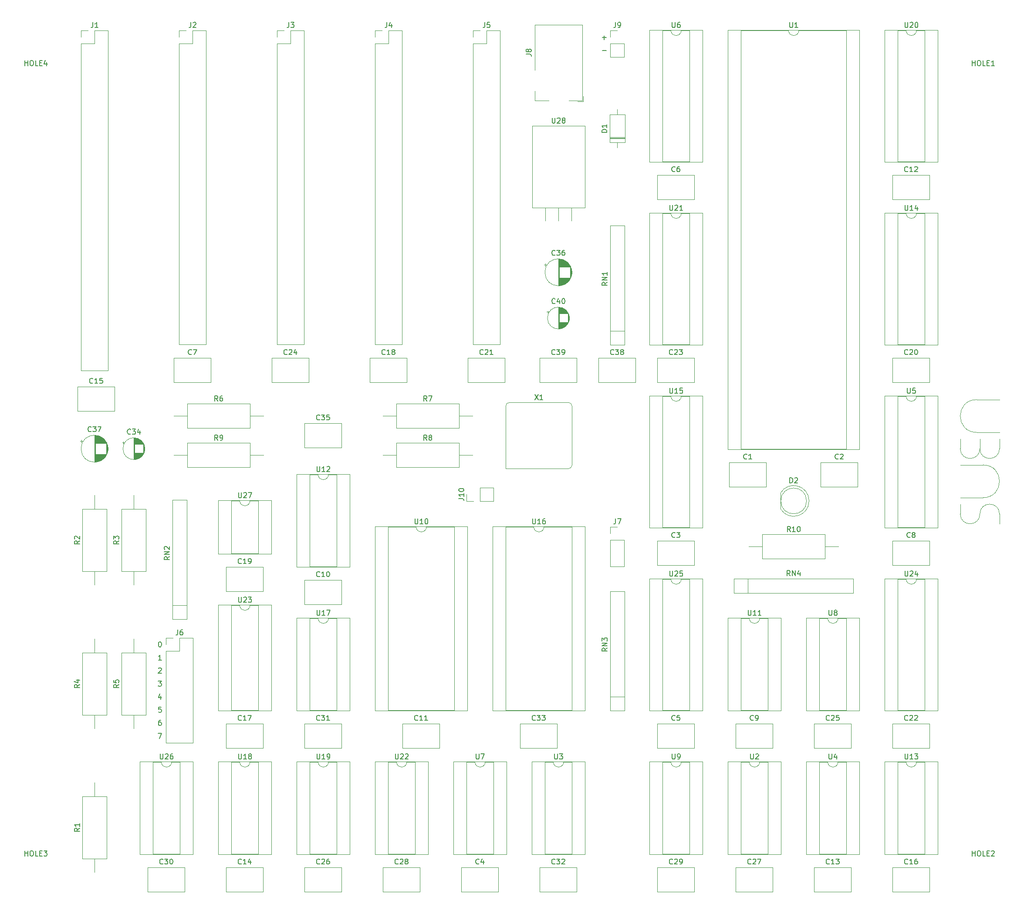
<source format=gbr>
%TF.GenerationSoftware,KiCad,Pcbnew,5.1.8*%
%TF.CreationDate,2021-02-03T00:48:34+03:00*%
%TF.ProjectId,motherboard,6d6f7468-6572-4626-9f61-72642e6b6963,rev?*%
%TF.SameCoordinates,Original*%
%TF.FileFunction,Legend,Top*%
%TF.FilePolarity,Positive*%
%FSLAX46Y46*%
G04 Gerber Fmt 4.6, Leading zero omitted, Abs format (unit mm)*
G04 Created by KiCad (PCBNEW 5.1.8) date 2021-02-03 00:48:34*
%MOMM*%
%LPD*%
G01*
G04 APERTURE LIST*
%ADD10C,0.120000*%
%ADD11C,0.150000*%
G04 APERTURE END LIST*
D10*
X204470000Y-92075000D02*
X208915000Y-92075000D01*
X204470000Y-98425000D02*
X208915000Y-98425000D01*
X204470000Y-98425000D02*
G75*
G02*
X204470000Y-92075000I0J3175000D01*
G01*
X205740000Y-104775000D02*
X201295000Y-104775000D01*
X205740000Y-111125000D02*
X201295000Y-111125000D01*
X205740000Y-104775000D02*
G75*
G02*
X205740000Y-111125000I0J-3175000D01*
G01*
X208915000Y-101600000D02*
X208915000Y-99695000D01*
X205105000Y-101600000D02*
X205105000Y-99695000D01*
X201295000Y-101600000D02*
X201295000Y-99695000D01*
X208915000Y-101600000D02*
G75*
G02*
X205105000Y-101600000I-1905000J0D01*
G01*
X205105000Y-101600000D02*
G75*
G02*
X201295000Y-101600000I-1905000J0D01*
G01*
X208915000Y-114300000D02*
X208915000Y-116205000D01*
X201295000Y-114300000D02*
X201295000Y-112395000D01*
X205105000Y-114300000D02*
G75*
G02*
X208915000Y-114300000I1905000J0D01*
G01*
X205105000Y-114300000D02*
G75*
G02*
X201295000Y-114300000I-1905000J0D01*
G01*
D11*
X131699047Y-24201428D02*
X132460952Y-24201428D01*
X131699047Y-21661428D02*
X132460952Y-21661428D01*
X132080000Y-22042380D02*
X132080000Y-21280476D01*
X45386666Y-156932380D02*
X46053333Y-156932380D01*
X45624761Y-157932380D01*
X45910476Y-154392380D02*
X45720000Y-154392380D01*
X45624761Y-154440000D01*
X45577142Y-154487619D01*
X45481904Y-154630476D01*
X45434285Y-154820952D01*
X45434285Y-155201904D01*
X45481904Y-155297142D01*
X45529523Y-155344761D01*
X45624761Y-155392380D01*
X45815238Y-155392380D01*
X45910476Y-155344761D01*
X45958095Y-155297142D01*
X46005714Y-155201904D01*
X46005714Y-154963809D01*
X45958095Y-154868571D01*
X45910476Y-154820952D01*
X45815238Y-154773333D01*
X45624761Y-154773333D01*
X45529523Y-154820952D01*
X45481904Y-154868571D01*
X45434285Y-154963809D01*
X45958095Y-151852380D02*
X45481904Y-151852380D01*
X45434285Y-152328571D01*
X45481904Y-152280952D01*
X45577142Y-152233333D01*
X45815238Y-152233333D01*
X45910476Y-152280952D01*
X45958095Y-152328571D01*
X46005714Y-152423809D01*
X46005714Y-152661904D01*
X45958095Y-152757142D01*
X45910476Y-152804761D01*
X45815238Y-152852380D01*
X45577142Y-152852380D01*
X45481904Y-152804761D01*
X45434285Y-152757142D01*
X45910476Y-149645714D02*
X45910476Y-150312380D01*
X45672380Y-149264761D02*
X45434285Y-149979047D01*
X46053333Y-149979047D01*
X45386666Y-146772380D02*
X46005714Y-146772380D01*
X45672380Y-147153333D01*
X45815238Y-147153333D01*
X45910476Y-147200952D01*
X45958095Y-147248571D01*
X46005714Y-147343809D01*
X46005714Y-147581904D01*
X45958095Y-147677142D01*
X45910476Y-147724761D01*
X45815238Y-147772380D01*
X45529523Y-147772380D01*
X45434285Y-147724761D01*
X45386666Y-147677142D01*
X45434285Y-144327619D02*
X45481904Y-144280000D01*
X45577142Y-144232380D01*
X45815238Y-144232380D01*
X45910476Y-144280000D01*
X45958095Y-144327619D01*
X46005714Y-144422857D01*
X46005714Y-144518095D01*
X45958095Y-144660952D01*
X45386666Y-145232380D01*
X46005714Y-145232380D01*
X46005714Y-142692380D02*
X45434285Y-142692380D01*
X45720000Y-142692380D02*
X45720000Y-141692380D01*
X45624761Y-141835238D01*
X45529523Y-141930476D01*
X45434285Y-141978095D01*
X45672380Y-139152380D02*
X45767619Y-139152380D01*
X45862857Y-139200000D01*
X45910476Y-139247619D01*
X45958095Y-139342857D01*
X46005714Y-139533333D01*
X46005714Y-139771428D01*
X45958095Y-139961904D01*
X45910476Y-140057142D01*
X45862857Y-140104761D01*
X45767619Y-140152380D01*
X45672380Y-140152380D01*
X45577142Y-140104761D01*
X45529523Y-140057142D01*
X45481904Y-139961904D01*
X45434285Y-139771428D01*
X45434285Y-139533333D01*
X45481904Y-139342857D01*
X45529523Y-139247619D01*
X45577142Y-139200000D01*
X45672380Y-139152380D01*
D10*
%TO.C,U8*%
X175530000Y-134560000D02*
X173880000Y-134560000D01*
X173880000Y-134560000D02*
X173880000Y-152460000D01*
X173880000Y-152460000D02*
X179180000Y-152460000D01*
X179180000Y-152460000D02*
X179180000Y-134560000D01*
X179180000Y-134560000D02*
X177530000Y-134560000D01*
X171390000Y-134500000D02*
X171390000Y-152520000D01*
X171390000Y-152520000D02*
X181670000Y-152520000D01*
X181670000Y-152520000D02*
X181670000Y-134500000D01*
X181670000Y-134500000D02*
X171390000Y-134500000D01*
X177530000Y-134560000D02*
G75*
G02*
X175530000Y-134560000I-1000000J0D01*
G01*
%TO.C,U22*%
X91710000Y-162500000D02*
X90060000Y-162500000D01*
X90060000Y-162500000D02*
X90060000Y-180400000D01*
X90060000Y-180400000D02*
X95360000Y-180400000D01*
X95360000Y-180400000D02*
X95360000Y-162500000D01*
X95360000Y-162500000D02*
X93710000Y-162500000D01*
X87570000Y-162440000D02*
X87570000Y-180460000D01*
X87570000Y-180460000D02*
X97850000Y-180460000D01*
X97850000Y-180460000D02*
X97850000Y-162440000D01*
X97850000Y-162440000D02*
X87570000Y-162440000D01*
X93710000Y-162500000D02*
G75*
G02*
X91710000Y-162500000I-1000000J0D01*
G01*
%TO.C,U7*%
X106950000Y-162500000D02*
X105300000Y-162500000D01*
X105300000Y-162500000D02*
X105300000Y-180400000D01*
X105300000Y-180400000D02*
X110600000Y-180400000D01*
X110600000Y-180400000D02*
X110600000Y-162500000D01*
X110600000Y-162500000D02*
X108950000Y-162500000D01*
X102810000Y-162440000D02*
X102810000Y-180460000D01*
X102810000Y-180460000D02*
X113090000Y-180460000D01*
X113090000Y-180460000D02*
X113090000Y-162440000D01*
X113090000Y-162440000D02*
X102810000Y-162440000D01*
X108950000Y-162500000D02*
G75*
G02*
X106950000Y-162500000I-1000000J0D01*
G01*
%TO.C,U23*%
X61230000Y-132020000D02*
X59580000Y-132020000D01*
X59580000Y-132020000D02*
X59580000Y-152460000D01*
X59580000Y-152460000D02*
X64880000Y-152460000D01*
X64880000Y-152460000D02*
X64880000Y-132020000D01*
X64880000Y-132020000D02*
X63230000Y-132020000D01*
X57090000Y-131960000D02*
X57090000Y-152520000D01*
X57090000Y-152520000D02*
X67370000Y-152520000D01*
X67370000Y-152520000D02*
X67370000Y-131960000D01*
X67370000Y-131960000D02*
X57090000Y-131960000D01*
X63230000Y-132020000D02*
G75*
G02*
X61230000Y-132020000I-1000000J0D01*
G01*
%TO.C,U1*%
X167910000Y-20260000D02*
X158640000Y-20260000D01*
X158640000Y-20260000D02*
X158640000Y-101660000D01*
X158640000Y-101660000D02*
X179180000Y-101660000D01*
X179180000Y-101660000D02*
X179180000Y-20260000D01*
X179180000Y-20260000D02*
X169910000Y-20260000D01*
X156150000Y-20200000D02*
X156150000Y-101720000D01*
X156150000Y-101720000D02*
X181670000Y-101720000D01*
X181670000Y-101720000D02*
X181670000Y-20200000D01*
X181670000Y-20200000D02*
X156150000Y-20200000D01*
X169910000Y-20260000D02*
G75*
G02*
X167910000Y-20260000I-1000000J0D01*
G01*
%TO.C,U16*%
X128330000Y-116720000D02*
X110430000Y-116720000D01*
X128330000Y-152520000D02*
X128330000Y-116720000D01*
X110430000Y-152520000D02*
X128330000Y-152520000D01*
X110430000Y-116720000D02*
X110430000Y-152520000D01*
X125840000Y-116780000D02*
X120380000Y-116780000D01*
X125840000Y-152460000D02*
X125840000Y-116780000D01*
X112920000Y-152460000D02*
X125840000Y-152460000D01*
X112920000Y-116780000D02*
X112920000Y-152460000D01*
X118380000Y-116780000D02*
X112920000Y-116780000D01*
X120380000Y-116780000D02*
G75*
G02*
X118380000Y-116780000I-1000000J0D01*
G01*
%TO.C,U17*%
X76470000Y-134560000D02*
X74820000Y-134560000D01*
X74820000Y-134560000D02*
X74820000Y-152460000D01*
X74820000Y-152460000D02*
X80120000Y-152460000D01*
X80120000Y-152460000D02*
X80120000Y-134560000D01*
X80120000Y-134560000D02*
X78470000Y-134560000D01*
X72330000Y-134500000D02*
X72330000Y-152520000D01*
X72330000Y-152520000D02*
X82610000Y-152520000D01*
X82610000Y-152520000D02*
X82610000Y-134500000D01*
X82610000Y-134500000D02*
X72330000Y-134500000D01*
X78470000Y-134560000D02*
G75*
G02*
X76470000Y-134560000I-1000000J0D01*
G01*
%TO.C,U15*%
X151190000Y-91320000D02*
X140910000Y-91320000D01*
X151190000Y-116960000D02*
X151190000Y-91320000D01*
X140910000Y-116960000D02*
X151190000Y-116960000D01*
X140910000Y-91320000D02*
X140910000Y-116960000D01*
X148700000Y-91380000D02*
X147050000Y-91380000D01*
X148700000Y-116900000D02*
X148700000Y-91380000D01*
X143400000Y-116900000D02*
X148700000Y-116900000D01*
X143400000Y-91380000D02*
X143400000Y-116900000D01*
X145050000Y-91380000D02*
X143400000Y-91380000D01*
X147050000Y-91380000D02*
G75*
G02*
X145050000Y-91380000I-1000000J0D01*
G01*
%TO.C,U14*%
X196910000Y-55760000D02*
X186630000Y-55760000D01*
X196910000Y-81400000D02*
X196910000Y-55760000D01*
X186630000Y-81400000D02*
X196910000Y-81400000D01*
X186630000Y-55760000D02*
X186630000Y-81400000D01*
X194420000Y-55820000D02*
X192770000Y-55820000D01*
X194420000Y-81340000D02*
X194420000Y-55820000D01*
X189120000Y-81340000D02*
X194420000Y-81340000D01*
X189120000Y-55820000D02*
X189120000Y-81340000D01*
X190770000Y-55820000D02*
X189120000Y-55820000D01*
X192770000Y-55820000D02*
G75*
G02*
X190770000Y-55820000I-1000000J0D01*
G01*
%TO.C,U12*%
X76470000Y-106620000D02*
X74820000Y-106620000D01*
X74820000Y-106620000D02*
X74820000Y-124520000D01*
X74820000Y-124520000D02*
X80120000Y-124520000D01*
X80120000Y-124520000D02*
X80120000Y-106620000D01*
X80120000Y-106620000D02*
X78470000Y-106620000D01*
X72330000Y-106560000D02*
X72330000Y-124580000D01*
X72330000Y-124580000D02*
X82610000Y-124580000D01*
X82610000Y-124580000D02*
X82610000Y-106560000D01*
X82610000Y-106560000D02*
X72330000Y-106560000D01*
X78470000Y-106620000D02*
G75*
G02*
X76470000Y-106620000I-1000000J0D01*
G01*
%TO.C,U11*%
X160290000Y-134560000D02*
X158640000Y-134560000D01*
X158640000Y-134560000D02*
X158640000Y-152460000D01*
X158640000Y-152460000D02*
X163940000Y-152460000D01*
X163940000Y-152460000D02*
X163940000Y-134560000D01*
X163940000Y-134560000D02*
X162290000Y-134560000D01*
X156150000Y-134500000D02*
X156150000Y-152520000D01*
X156150000Y-152520000D02*
X166430000Y-152520000D01*
X166430000Y-152520000D02*
X166430000Y-134500000D01*
X166430000Y-134500000D02*
X156150000Y-134500000D01*
X162290000Y-134560000D02*
G75*
G02*
X160290000Y-134560000I-1000000J0D01*
G01*
%TO.C,U6*%
X151190000Y-20200000D02*
X140910000Y-20200000D01*
X151190000Y-45840000D02*
X151190000Y-20200000D01*
X140910000Y-45840000D02*
X151190000Y-45840000D01*
X140910000Y-20200000D02*
X140910000Y-45840000D01*
X148700000Y-20260000D02*
X147050000Y-20260000D01*
X148700000Y-45780000D02*
X148700000Y-20260000D01*
X143400000Y-45780000D02*
X148700000Y-45780000D01*
X143400000Y-20260000D02*
X143400000Y-45780000D01*
X145050000Y-20260000D02*
X143400000Y-20260000D01*
X147050000Y-20260000D02*
G75*
G02*
X145050000Y-20260000I-1000000J0D01*
G01*
%TO.C,U5*%
X196910000Y-91320000D02*
X186630000Y-91320000D01*
X196910000Y-116960000D02*
X196910000Y-91320000D01*
X186630000Y-116960000D02*
X196910000Y-116960000D01*
X186630000Y-91320000D02*
X186630000Y-116960000D01*
X194420000Y-91380000D02*
X192770000Y-91380000D01*
X194420000Y-116900000D02*
X194420000Y-91380000D01*
X189120000Y-116900000D02*
X194420000Y-116900000D01*
X189120000Y-91380000D02*
X189120000Y-116900000D01*
X190770000Y-91380000D02*
X189120000Y-91380000D01*
X192770000Y-91380000D02*
G75*
G02*
X190770000Y-91380000I-1000000J0D01*
G01*
%TO.C,C37*%
X30445225Y-99875000D02*
X30445225Y-100375000D01*
X30195225Y-100125000D02*
X30695225Y-100125000D01*
X35601000Y-101316000D02*
X35601000Y-101884000D01*
X35561000Y-101082000D02*
X35561000Y-102118000D01*
X35521000Y-100923000D02*
X35521000Y-102277000D01*
X35481000Y-100795000D02*
X35481000Y-102405000D01*
X35441000Y-100685000D02*
X35441000Y-102515000D01*
X35401000Y-100589000D02*
X35401000Y-102611000D01*
X35361000Y-100502000D02*
X35361000Y-102698000D01*
X35321000Y-100422000D02*
X35321000Y-102778000D01*
X35281000Y-102640000D02*
X35281000Y-102851000D01*
X35281000Y-100349000D02*
X35281000Y-100560000D01*
X35241000Y-102640000D02*
X35241000Y-102919000D01*
X35241000Y-100281000D02*
X35241000Y-100560000D01*
X35201000Y-102640000D02*
X35201000Y-102983000D01*
X35201000Y-100217000D02*
X35201000Y-100560000D01*
X35161000Y-102640000D02*
X35161000Y-103043000D01*
X35161000Y-100157000D02*
X35161000Y-100560000D01*
X35121000Y-102640000D02*
X35121000Y-103100000D01*
X35121000Y-100100000D02*
X35121000Y-100560000D01*
X35081000Y-102640000D02*
X35081000Y-103154000D01*
X35081000Y-100046000D02*
X35081000Y-100560000D01*
X35041000Y-102640000D02*
X35041000Y-103205000D01*
X35041000Y-99995000D02*
X35041000Y-100560000D01*
X35001000Y-102640000D02*
X35001000Y-103253000D01*
X35001000Y-99947000D02*
X35001000Y-100560000D01*
X34961000Y-102640000D02*
X34961000Y-103299000D01*
X34961000Y-99901000D02*
X34961000Y-100560000D01*
X34921000Y-102640000D02*
X34921000Y-103343000D01*
X34921000Y-99857000D02*
X34921000Y-100560000D01*
X34881000Y-102640000D02*
X34881000Y-103385000D01*
X34881000Y-99815000D02*
X34881000Y-100560000D01*
X34841000Y-102640000D02*
X34841000Y-103426000D01*
X34841000Y-99774000D02*
X34841000Y-100560000D01*
X34801000Y-102640000D02*
X34801000Y-103464000D01*
X34801000Y-99736000D02*
X34801000Y-100560000D01*
X34761000Y-102640000D02*
X34761000Y-103501000D01*
X34761000Y-99699000D02*
X34761000Y-100560000D01*
X34721000Y-102640000D02*
X34721000Y-103537000D01*
X34721000Y-99663000D02*
X34721000Y-100560000D01*
X34681000Y-102640000D02*
X34681000Y-103571000D01*
X34681000Y-99629000D02*
X34681000Y-100560000D01*
X34641000Y-102640000D02*
X34641000Y-103604000D01*
X34641000Y-99596000D02*
X34641000Y-100560000D01*
X34601000Y-102640000D02*
X34601000Y-103635000D01*
X34601000Y-99565000D02*
X34601000Y-100560000D01*
X34561000Y-102640000D02*
X34561000Y-103665000D01*
X34561000Y-99535000D02*
X34561000Y-100560000D01*
X34521000Y-102640000D02*
X34521000Y-103695000D01*
X34521000Y-99505000D02*
X34521000Y-100560000D01*
X34481000Y-102640000D02*
X34481000Y-103722000D01*
X34481000Y-99478000D02*
X34481000Y-100560000D01*
X34441000Y-102640000D02*
X34441000Y-103749000D01*
X34441000Y-99451000D02*
X34441000Y-100560000D01*
X34401000Y-102640000D02*
X34401000Y-103775000D01*
X34401000Y-99425000D02*
X34401000Y-100560000D01*
X34361000Y-102640000D02*
X34361000Y-103800000D01*
X34361000Y-99400000D02*
X34361000Y-100560000D01*
X34321000Y-102640000D02*
X34321000Y-103824000D01*
X34321000Y-99376000D02*
X34321000Y-100560000D01*
X34281000Y-102640000D02*
X34281000Y-103847000D01*
X34281000Y-99353000D02*
X34281000Y-100560000D01*
X34241000Y-102640000D02*
X34241000Y-103868000D01*
X34241000Y-99332000D02*
X34241000Y-100560000D01*
X34201000Y-102640000D02*
X34201000Y-103890000D01*
X34201000Y-99310000D02*
X34201000Y-100560000D01*
X34161000Y-102640000D02*
X34161000Y-103910000D01*
X34161000Y-99290000D02*
X34161000Y-100560000D01*
X34121000Y-102640000D02*
X34121000Y-103929000D01*
X34121000Y-99271000D02*
X34121000Y-100560000D01*
X34081000Y-102640000D02*
X34081000Y-103948000D01*
X34081000Y-99252000D02*
X34081000Y-100560000D01*
X34041000Y-102640000D02*
X34041000Y-103965000D01*
X34041000Y-99235000D02*
X34041000Y-100560000D01*
X34001000Y-102640000D02*
X34001000Y-103982000D01*
X34001000Y-99218000D02*
X34001000Y-100560000D01*
X33961000Y-102640000D02*
X33961000Y-103998000D01*
X33961000Y-99202000D02*
X33961000Y-100560000D01*
X33921000Y-102640000D02*
X33921000Y-104014000D01*
X33921000Y-99186000D02*
X33921000Y-100560000D01*
X33881000Y-102640000D02*
X33881000Y-104028000D01*
X33881000Y-99172000D02*
X33881000Y-100560000D01*
X33841000Y-102640000D02*
X33841000Y-104042000D01*
X33841000Y-99158000D02*
X33841000Y-100560000D01*
X33801000Y-102640000D02*
X33801000Y-104055000D01*
X33801000Y-99145000D02*
X33801000Y-100560000D01*
X33761000Y-102640000D02*
X33761000Y-104068000D01*
X33761000Y-99132000D02*
X33761000Y-100560000D01*
X33721000Y-102640000D02*
X33721000Y-104080000D01*
X33721000Y-99120000D02*
X33721000Y-100560000D01*
X33680000Y-102640000D02*
X33680000Y-104091000D01*
X33680000Y-99109000D02*
X33680000Y-100560000D01*
X33640000Y-102640000D02*
X33640000Y-104101000D01*
X33640000Y-99099000D02*
X33640000Y-100560000D01*
X33600000Y-102640000D02*
X33600000Y-104111000D01*
X33600000Y-99089000D02*
X33600000Y-100560000D01*
X33560000Y-102640000D02*
X33560000Y-104120000D01*
X33560000Y-99080000D02*
X33560000Y-100560000D01*
X33520000Y-102640000D02*
X33520000Y-104128000D01*
X33520000Y-99072000D02*
X33520000Y-100560000D01*
X33480000Y-102640000D02*
X33480000Y-104136000D01*
X33480000Y-99064000D02*
X33480000Y-100560000D01*
X33440000Y-102640000D02*
X33440000Y-104143000D01*
X33440000Y-99057000D02*
X33440000Y-100560000D01*
X33400000Y-102640000D02*
X33400000Y-104150000D01*
X33400000Y-99050000D02*
X33400000Y-100560000D01*
X33360000Y-102640000D02*
X33360000Y-104156000D01*
X33360000Y-99044000D02*
X33360000Y-100560000D01*
X33320000Y-102640000D02*
X33320000Y-104161000D01*
X33320000Y-99039000D02*
X33320000Y-100560000D01*
X33280000Y-102640000D02*
X33280000Y-104165000D01*
X33280000Y-99035000D02*
X33280000Y-100560000D01*
X33240000Y-102640000D02*
X33240000Y-104169000D01*
X33240000Y-99031000D02*
X33240000Y-100560000D01*
X33200000Y-99027000D02*
X33200000Y-104173000D01*
X33160000Y-99024000D02*
X33160000Y-104176000D01*
X33120000Y-99022000D02*
X33120000Y-104178000D01*
X33080000Y-99021000D02*
X33080000Y-104179000D01*
X33040000Y-99020000D02*
X33040000Y-104180000D01*
X33000000Y-99020000D02*
X33000000Y-104180000D01*
X35620000Y-101600000D02*
G75*
G03*
X35620000Y-101600000I-2620000J0D01*
G01*
%TO.C,C34*%
X38586199Y-100205000D02*
X38586199Y-100605000D01*
X38386199Y-100405000D02*
X38786199Y-100405000D01*
X42737000Y-101230000D02*
X42737000Y-101970000D01*
X42697000Y-101063000D02*
X42697000Y-102137000D01*
X42657000Y-100936000D02*
X42657000Y-102264000D01*
X42617000Y-100832000D02*
X42617000Y-102368000D01*
X42577000Y-100741000D02*
X42577000Y-102459000D01*
X42537000Y-100660000D02*
X42537000Y-102540000D01*
X42497000Y-100587000D02*
X42497000Y-102613000D01*
X42457000Y-102440000D02*
X42457000Y-102680000D01*
X42457000Y-100520000D02*
X42457000Y-100760000D01*
X42417000Y-102440000D02*
X42417000Y-102742000D01*
X42417000Y-100458000D02*
X42417000Y-100760000D01*
X42377000Y-102440000D02*
X42377000Y-102800000D01*
X42377000Y-100400000D02*
X42377000Y-100760000D01*
X42337000Y-102440000D02*
X42337000Y-102854000D01*
X42337000Y-100346000D02*
X42337000Y-100760000D01*
X42297000Y-102440000D02*
X42297000Y-102904000D01*
X42297000Y-100296000D02*
X42297000Y-100760000D01*
X42257000Y-102440000D02*
X42257000Y-102951000D01*
X42257000Y-100249000D02*
X42257000Y-100760000D01*
X42217000Y-102440000D02*
X42217000Y-102996000D01*
X42217000Y-100204000D02*
X42217000Y-100760000D01*
X42177000Y-102440000D02*
X42177000Y-103038000D01*
X42177000Y-100162000D02*
X42177000Y-100760000D01*
X42137000Y-102440000D02*
X42137000Y-103078000D01*
X42137000Y-100122000D02*
X42137000Y-100760000D01*
X42097000Y-102440000D02*
X42097000Y-103116000D01*
X42097000Y-100084000D02*
X42097000Y-100760000D01*
X42057000Y-102440000D02*
X42057000Y-103152000D01*
X42057000Y-100048000D02*
X42057000Y-100760000D01*
X42017000Y-102440000D02*
X42017000Y-103187000D01*
X42017000Y-100013000D02*
X42017000Y-100760000D01*
X41977000Y-102440000D02*
X41977000Y-103219000D01*
X41977000Y-99981000D02*
X41977000Y-100760000D01*
X41937000Y-102440000D02*
X41937000Y-103250000D01*
X41937000Y-99950000D02*
X41937000Y-100760000D01*
X41897000Y-102440000D02*
X41897000Y-103280000D01*
X41897000Y-99920000D02*
X41897000Y-100760000D01*
X41857000Y-102440000D02*
X41857000Y-103308000D01*
X41857000Y-99892000D02*
X41857000Y-100760000D01*
X41817000Y-102440000D02*
X41817000Y-103335000D01*
X41817000Y-99865000D02*
X41817000Y-100760000D01*
X41777000Y-102440000D02*
X41777000Y-103360000D01*
X41777000Y-99840000D02*
X41777000Y-100760000D01*
X41737000Y-102440000D02*
X41737000Y-103385000D01*
X41737000Y-99815000D02*
X41737000Y-100760000D01*
X41697000Y-102440000D02*
X41697000Y-103408000D01*
X41697000Y-99792000D02*
X41697000Y-100760000D01*
X41657000Y-102440000D02*
X41657000Y-103430000D01*
X41657000Y-99770000D02*
X41657000Y-100760000D01*
X41617000Y-102440000D02*
X41617000Y-103451000D01*
X41617000Y-99749000D02*
X41617000Y-100760000D01*
X41577000Y-102440000D02*
X41577000Y-103470000D01*
X41577000Y-99730000D02*
X41577000Y-100760000D01*
X41537000Y-102440000D02*
X41537000Y-103489000D01*
X41537000Y-99711000D02*
X41537000Y-100760000D01*
X41497000Y-102440000D02*
X41497000Y-103507000D01*
X41497000Y-99693000D02*
X41497000Y-100760000D01*
X41457000Y-102440000D02*
X41457000Y-103524000D01*
X41457000Y-99676000D02*
X41457000Y-100760000D01*
X41417000Y-102440000D02*
X41417000Y-103540000D01*
X41417000Y-99660000D02*
X41417000Y-100760000D01*
X41377000Y-102440000D02*
X41377000Y-103554000D01*
X41377000Y-99646000D02*
X41377000Y-100760000D01*
X41336000Y-102440000D02*
X41336000Y-103568000D01*
X41336000Y-99632000D02*
X41336000Y-100760000D01*
X41296000Y-102440000D02*
X41296000Y-103582000D01*
X41296000Y-99618000D02*
X41296000Y-100760000D01*
X41256000Y-102440000D02*
X41256000Y-103594000D01*
X41256000Y-99606000D02*
X41256000Y-100760000D01*
X41216000Y-102440000D02*
X41216000Y-103605000D01*
X41216000Y-99595000D02*
X41216000Y-100760000D01*
X41176000Y-102440000D02*
X41176000Y-103616000D01*
X41176000Y-99584000D02*
X41176000Y-100760000D01*
X41136000Y-102440000D02*
X41136000Y-103625000D01*
X41136000Y-99575000D02*
X41136000Y-100760000D01*
X41096000Y-102440000D02*
X41096000Y-103634000D01*
X41096000Y-99566000D02*
X41096000Y-100760000D01*
X41056000Y-102440000D02*
X41056000Y-103642000D01*
X41056000Y-99558000D02*
X41056000Y-100760000D01*
X41016000Y-102440000D02*
X41016000Y-103650000D01*
X41016000Y-99550000D02*
X41016000Y-100760000D01*
X40976000Y-102440000D02*
X40976000Y-103656000D01*
X40976000Y-99544000D02*
X40976000Y-100760000D01*
X40936000Y-102440000D02*
X40936000Y-103662000D01*
X40936000Y-99538000D02*
X40936000Y-100760000D01*
X40896000Y-102440000D02*
X40896000Y-103667000D01*
X40896000Y-99533000D02*
X40896000Y-100760000D01*
X40856000Y-102440000D02*
X40856000Y-103671000D01*
X40856000Y-99529000D02*
X40856000Y-100760000D01*
X40816000Y-99526000D02*
X40816000Y-103674000D01*
X40776000Y-99523000D02*
X40776000Y-103677000D01*
X40736000Y-99521000D02*
X40736000Y-103679000D01*
X40696000Y-99520000D02*
X40696000Y-103680000D01*
X40656000Y-99520000D02*
X40656000Y-103680000D01*
X42776000Y-101600000D02*
G75*
G03*
X42776000Y-101600000I-2120000J0D01*
G01*
%TO.C,U26*%
X52130000Y-162440000D02*
X41850000Y-162440000D01*
X52130000Y-180460000D02*
X52130000Y-162440000D01*
X41850000Y-180460000D02*
X52130000Y-180460000D01*
X41850000Y-162440000D02*
X41850000Y-180460000D01*
X49640000Y-162500000D02*
X47990000Y-162500000D01*
X49640000Y-180400000D02*
X49640000Y-162500000D01*
X44340000Y-180400000D02*
X49640000Y-180400000D01*
X44340000Y-162500000D02*
X44340000Y-180400000D01*
X45990000Y-162500000D02*
X44340000Y-162500000D01*
X47990000Y-162500000D02*
G75*
G02*
X45990000Y-162500000I-1000000J0D01*
G01*
%TO.C,J6*%
X46930000Y-138370000D02*
X48260000Y-138370000D01*
X46930000Y-139700000D02*
X46930000Y-138370000D01*
X49530000Y-138370000D02*
X52130000Y-138370000D01*
X49530000Y-140970000D02*
X49530000Y-138370000D01*
X46930000Y-140970000D02*
X49530000Y-140970000D01*
X52130000Y-138370000D02*
X52130000Y-158810000D01*
X46930000Y-140970000D02*
X46930000Y-158810000D01*
X46930000Y-158810000D02*
X52130000Y-158810000D01*
%TO.C,J5*%
X106620000Y-81340000D02*
X111820000Y-81340000D01*
X106620000Y-22860000D02*
X106620000Y-81340000D01*
X111820000Y-20260000D02*
X111820000Y-81340000D01*
X106620000Y-22860000D02*
X109220000Y-22860000D01*
X109220000Y-22860000D02*
X109220000Y-20260000D01*
X109220000Y-20260000D02*
X111820000Y-20260000D01*
X106620000Y-21590000D02*
X106620000Y-20260000D01*
X106620000Y-20260000D02*
X107950000Y-20260000D01*
%TO.C,X1*%
X112930000Y-93360000D02*
X112930000Y-105510000D01*
X125080000Y-92610000D02*
X113680000Y-92610000D01*
X125830000Y-104760000D02*
X125830000Y-93360000D01*
X112930000Y-105510000D02*
X125080000Y-105510000D01*
X125080000Y-105510000D02*
G75*
G03*
X125830000Y-104760000I0J750000D01*
G01*
X125830000Y-93360000D02*
G75*
G03*
X125080000Y-92610000I-750000J0D01*
G01*
X113680000Y-92610000D02*
G75*
G03*
X112930000Y-93360000I0J-750000D01*
G01*
%TO.C,U28*%
X125730000Y-54730000D02*
X125730000Y-57270000D01*
X123190000Y-54730000D02*
X123190000Y-57270000D01*
X120650000Y-54730000D02*
X120650000Y-57270000D01*
X128310000Y-38840000D02*
X128310000Y-54730000D01*
X118070000Y-38840000D02*
X118070000Y-54730000D01*
X118070000Y-38840000D02*
X128310000Y-38840000D01*
X118070000Y-54730000D02*
X128310000Y-54730000D01*
%TO.C,U27*%
X67370000Y-111640000D02*
X57090000Y-111640000D01*
X67370000Y-122040000D02*
X67370000Y-111640000D01*
X57090000Y-122040000D02*
X67370000Y-122040000D01*
X57090000Y-111640000D02*
X57090000Y-122040000D01*
X64880000Y-111700000D02*
X63230000Y-111700000D01*
X64880000Y-121980000D02*
X64880000Y-111700000D01*
X59580000Y-121980000D02*
X64880000Y-121980000D01*
X59580000Y-111700000D02*
X59580000Y-121980000D01*
X61230000Y-111700000D02*
X59580000Y-111700000D01*
X63230000Y-111700000D02*
G75*
G02*
X61230000Y-111700000I-1000000J0D01*
G01*
%TO.C,U25*%
X145050000Y-126940000D02*
X143400000Y-126940000D01*
X143400000Y-126940000D02*
X143400000Y-152460000D01*
X143400000Y-152460000D02*
X148700000Y-152460000D01*
X148700000Y-152460000D02*
X148700000Y-126940000D01*
X148700000Y-126940000D02*
X147050000Y-126940000D01*
X140910000Y-126880000D02*
X140910000Y-152520000D01*
X140910000Y-152520000D02*
X151190000Y-152520000D01*
X151190000Y-152520000D02*
X151190000Y-126880000D01*
X151190000Y-126880000D02*
X140910000Y-126880000D01*
X147050000Y-126940000D02*
G75*
G02*
X145050000Y-126940000I-1000000J0D01*
G01*
%TO.C,U24*%
X196910000Y-126880000D02*
X186630000Y-126880000D01*
X196910000Y-152520000D02*
X196910000Y-126880000D01*
X186630000Y-152520000D02*
X196910000Y-152520000D01*
X186630000Y-126880000D02*
X186630000Y-152520000D01*
X194420000Y-126940000D02*
X192770000Y-126940000D01*
X194420000Y-152460000D02*
X194420000Y-126940000D01*
X189120000Y-152460000D02*
X194420000Y-152460000D01*
X189120000Y-126940000D02*
X189120000Y-152460000D01*
X190770000Y-126940000D02*
X189120000Y-126940000D01*
X192770000Y-126940000D02*
G75*
G02*
X190770000Y-126940000I-1000000J0D01*
G01*
%TO.C,U21*%
X145050000Y-55820000D02*
X143400000Y-55820000D01*
X143400000Y-55820000D02*
X143400000Y-81340000D01*
X143400000Y-81340000D02*
X148700000Y-81340000D01*
X148700000Y-81340000D02*
X148700000Y-55820000D01*
X148700000Y-55820000D02*
X147050000Y-55820000D01*
X140910000Y-55760000D02*
X140910000Y-81400000D01*
X140910000Y-81400000D02*
X151190000Y-81400000D01*
X151190000Y-81400000D02*
X151190000Y-55760000D01*
X151190000Y-55760000D02*
X140910000Y-55760000D01*
X147050000Y-55820000D02*
G75*
G02*
X145050000Y-55820000I-1000000J0D01*
G01*
%TO.C,U20*%
X196910000Y-20200000D02*
X186630000Y-20200000D01*
X196910000Y-45840000D02*
X196910000Y-20200000D01*
X186630000Y-45840000D02*
X196910000Y-45840000D01*
X186630000Y-20200000D02*
X186630000Y-45840000D01*
X194420000Y-20260000D02*
X192770000Y-20260000D01*
X194420000Y-45780000D02*
X194420000Y-20260000D01*
X189120000Y-45780000D02*
X194420000Y-45780000D01*
X189120000Y-20260000D02*
X189120000Y-45780000D01*
X190770000Y-20260000D02*
X189120000Y-20260000D01*
X192770000Y-20260000D02*
G75*
G02*
X190770000Y-20260000I-1000000J0D01*
G01*
%TO.C,U19*%
X76470000Y-162500000D02*
X74820000Y-162500000D01*
X74820000Y-162500000D02*
X74820000Y-180400000D01*
X74820000Y-180400000D02*
X80120000Y-180400000D01*
X80120000Y-180400000D02*
X80120000Y-162500000D01*
X80120000Y-162500000D02*
X78470000Y-162500000D01*
X72330000Y-162440000D02*
X72330000Y-180460000D01*
X72330000Y-180460000D02*
X82610000Y-180460000D01*
X82610000Y-180460000D02*
X82610000Y-162440000D01*
X82610000Y-162440000D02*
X72330000Y-162440000D01*
X78470000Y-162500000D02*
G75*
G02*
X76470000Y-162500000I-1000000J0D01*
G01*
%TO.C,U18*%
X61230000Y-162500000D02*
X59580000Y-162500000D01*
X59580000Y-162500000D02*
X59580000Y-180400000D01*
X59580000Y-180400000D02*
X64880000Y-180400000D01*
X64880000Y-180400000D02*
X64880000Y-162500000D01*
X64880000Y-162500000D02*
X63230000Y-162500000D01*
X57090000Y-162440000D02*
X57090000Y-180460000D01*
X57090000Y-180460000D02*
X67370000Y-180460000D01*
X67370000Y-180460000D02*
X67370000Y-162440000D01*
X67370000Y-162440000D02*
X57090000Y-162440000D01*
X63230000Y-162500000D02*
G75*
G02*
X61230000Y-162500000I-1000000J0D01*
G01*
%TO.C,U13*%
X190770000Y-162500000D02*
X189120000Y-162500000D01*
X189120000Y-162500000D02*
X189120000Y-180400000D01*
X189120000Y-180400000D02*
X194420000Y-180400000D01*
X194420000Y-180400000D02*
X194420000Y-162500000D01*
X194420000Y-162500000D02*
X192770000Y-162500000D01*
X186630000Y-162440000D02*
X186630000Y-180460000D01*
X186630000Y-180460000D02*
X196910000Y-180460000D01*
X196910000Y-180460000D02*
X196910000Y-162440000D01*
X196910000Y-162440000D02*
X186630000Y-162440000D01*
X192770000Y-162500000D02*
G75*
G02*
X190770000Y-162500000I-1000000J0D01*
G01*
%TO.C,U10*%
X105470000Y-116720000D02*
X87570000Y-116720000D01*
X105470000Y-152520000D02*
X105470000Y-116720000D01*
X87570000Y-152520000D02*
X105470000Y-152520000D01*
X87570000Y-116720000D02*
X87570000Y-152520000D01*
X102980000Y-116780000D02*
X97520000Y-116780000D01*
X102980000Y-152460000D02*
X102980000Y-116780000D01*
X90060000Y-152460000D02*
X102980000Y-152460000D01*
X90060000Y-116780000D02*
X90060000Y-152460000D01*
X95520000Y-116780000D02*
X90060000Y-116780000D01*
X97520000Y-116780000D02*
G75*
G02*
X95520000Y-116780000I-1000000J0D01*
G01*
%TO.C,U9*%
X145050000Y-162500000D02*
X143400000Y-162500000D01*
X143400000Y-162500000D02*
X143400000Y-180400000D01*
X143400000Y-180400000D02*
X148700000Y-180400000D01*
X148700000Y-180400000D02*
X148700000Y-162500000D01*
X148700000Y-162500000D02*
X147050000Y-162500000D01*
X140910000Y-162440000D02*
X140910000Y-180460000D01*
X140910000Y-180460000D02*
X151190000Y-180460000D01*
X151190000Y-180460000D02*
X151190000Y-162440000D01*
X151190000Y-162440000D02*
X140910000Y-162440000D01*
X147050000Y-162500000D02*
G75*
G02*
X145050000Y-162500000I-1000000J0D01*
G01*
%TO.C,U4*%
X175530000Y-162500000D02*
X173880000Y-162500000D01*
X173880000Y-162500000D02*
X173880000Y-180400000D01*
X173880000Y-180400000D02*
X179180000Y-180400000D01*
X179180000Y-180400000D02*
X179180000Y-162500000D01*
X179180000Y-162500000D02*
X177530000Y-162500000D01*
X171390000Y-162440000D02*
X171390000Y-180460000D01*
X171390000Y-180460000D02*
X181670000Y-180460000D01*
X181670000Y-180460000D02*
X181670000Y-162440000D01*
X181670000Y-162440000D02*
X171390000Y-162440000D01*
X177530000Y-162500000D02*
G75*
G02*
X175530000Y-162500000I-1000000J0D01*
G01*
%TO.C,U3*%
X122190000Y-162500000D02*
X120540000Y-162500000D01*
X120540000Y-162500000D02*
X120540000Y-180400000D01*
X120540000Y-180400000D02*
X125840000Y-180400000D01*
X125840000Y-180400000D02*
X125840000Y-162500000D01*
X125840000Y-162500000D02*
X124190000Y-162500000D01*
X118050000Y-162440000D02*
X118050000Y-180460000D01*
X118050000Y-180460000D02*
X128330000Y-180460000D01*
X128330000Y-180460000D02*
X128330000Y-162440000D01*
X128330000Y-162440000D02*
X118050000Y-162440000D01*
X124190000Y-162500000D02*
G75*
G02*
X122190000Y-162500000I-1000000J0D01*
G01*
%TO.C,U2*%
X160290000Y-162500000D02*
X158640000Y-162500000D01*
X158640000Y-162500000D02*
X158640000Y-180400000D01*
X158640000Y-180400000D02*
X163940000Y-180400000D01*
X163940000Y-180400000D02*
X163940000Y-162500000D01*
X163940000Y-162500000D02*
X162290000Y-162500000D01*
X156150000Y-162440000D02*
X156150000Y-180460000D01*
X156150000Y-180460000D02*
X166430000Y-180460000D01*
X166430000Y-180460000D02*
X166430000Y-162440000D01*
X166430000Y-162440000D02*
X156150000Y-162440000D01*
X162290000Y-162500000D02*
G75*
G02*
X160290000Y-162500000I-1000000J0D01*
G01*
%TO.C,RN4*%
X157310000Y-126870000D02*
X157310000Y-129670000D01*
X157310000Y-129670000D02*
X180510000Y-129670000D01*
X180510000Y-129670000D02*
X180510000Y-126870000D01*
X180510000Y-126870000D02*
X157310000Y-126870000D01*
X160020000Y-126870000D02*
X160020000Y-129670000D01*
%TO.C,RN3*%
X133220000Y-149860000D02*
X136020000Y-149860000D01*
X133220000Y-129370000D02*
X133220000Y-152570000D01*
X136020000Y-129370000D02*
X133220000Y-129370000D01*
X136020000Y-152570000D02*
X136020000Y-129370000D01*
X133220000Y-152570000D02*
X136020000Y-152570000D01*
%TO.C,RN2*%
X48130000Y-134790000D02*
X50930000Y-134790000D01*
X50930000Y-134790000D02*
X50930000Y-111590000D01*
X50930000Y-111590000D02*
X48130000Y-111590000D01*
X48130000Y-111590000D02*
X48130000Y-134790000D01*
X48130000Y-132080000D02*
X50930000Y-132080000D01*
%TO.C,RN1*%
X133220000Y-78740000D02*
X136020000Y-78740000D01*
X133220000Y-58250000D02*
X133220000Y-81450000D01*
X136020000Y-58250000D02*
X133220000Y-58250000D01*
X136020000Y-81450000D02*
X136020000Y-58250000D01*
X133220000Y-81450000D02*
X136020000Y-81450000D01*
%TO.C,R10*%
X177630000Y-120650000D02*
X174980000Y-120650000D01*
X160190000Y-120650000D02*
X162840000Y-120650000D01*
X174980000Y-118280000D02*
X162840000Y-118280000D01*
X174980000Y-123020000D02*
X174980000Y-118280000D01*
X162840000Y-123020000D02*
X174980000Y-123020000D01*
X162840000Y-118280000D02*
X162840000Y-123020000D01*
%TO.C,R9*%
X65870000Y-102870000D02*
X63220000Y-102870000D01*
X48430000Y-102870000D02*
X51080000Y-102870000D01*
X63220000Y-100500000D02*
X51080000Y-100500000D01*
X63220000Y-105240000D02*
X63220000Y-100500000D01*
X51080000Y-105240000D02*
X63220000Y-105240000D01*
X51080000Y-100500000D02*
X51080000Y-105240000D01*
%TO.C,R8*%
X106510000Y-102870000D02*
X103860000Y-102870000D01*
X89070000Y-102870000D02*
X91720000Y-102870000D01*
X103860000Y-100500000D02*
X91720000Y-100500000D01*
X103860000Y-105240000D02*
X103860000Y-100500000D01*
X91720000Y-105240000D02*
X103860000Y-105240000D01*
X91720000Y-100500000D02*
X91720000Y-105240000D01*
%TO.C,R7*%
X106510000Y-95250000D02*
X103860000Y-95250000D01*
X89070000Y-95250000D02*
X91720000Y-95250000D01*
X103860000Y-92880000D02*
X91720000Y-92880000D01*
X103860000Y-97620000D02*
X103860000Y-92880000D01*
X91720000Y-97620000D02*
X103860000Y-97620000D01*
X91720000Y-92880000D02*
X91720000Y-97620000D01*
%TO.C,R6*%
X65870000Y-95250000D02*
X63220000Y-95250000D01*
X48430000Y-95250000D02*
X51080000Y-95250000D01*
X63220000Y-92880000D02*
X51080000Y-92880000D01*
X63220000Y-97620000D02*
X63220000Y-92880000D01*
X51080000Y-97620000D02*
X63220000Y-97620000D01*
X51080000Y-92880000D02*
X51080000Y-97620000D01*
%TO.C,R5*%
X40640000Y-138600000D02*
X40640000Y-141250000D01*
X40640000Y-156040000D02*
X40640000Y-153390000D01*
X38270000Y-141250000D02*
X38270000Y-153390000D01*
X43010000Y-141250000D02*
X38270000Y-141250000D01*
X43010000Y-153390000D02*
X43010000Y-141250000D01*
X38270000Y-153390000D02*
X43010000Y-153390000D01*
%TO.C,R4*%
X33020000Y-138600000D02*
X33020000Y-141250000D01*
X33020000Y-156040000D02*
X33020000Y-153390000D01*
X30650000Y-141250000D02*
X30650000Y-153390000D01*
X35390000Y-141250000D02*
X30650000Y-141250000D01*
X35390000Y-153390000D02*
X35390000Y-141250000D01*
X30650000Y-153390000D02*
X35390000Y-153390000D01*
%TO.C,R3*%
X40640000Y-110660000D02*
X40640000Y-113310000D01*
X40640000Y-128100000D02*
X40640000Y-125450000D01*
X38270000Y-113310000D02*
X38270000Y-125450000D01*
X43010000Y-113310000D02*
X38270000Y-113310000D01*
X43010000Y-125450000D02*
X43010000Y-113310000D01*
X38270000Y-125450000D02*
X43010000Y-125450000D01*
%TO.C,R2*%
X33020000Y-110660000D02*
X33020000Y-113310000D01*
X33020000Y-128100000D02*
X33020000Y-125450000D01*
X30650000Y-113310000D02*
X30650000Y-125450000D01*
X35390000Y-113310000D02*
X30650000Y-113310000D01*
X35390000Y-125450000D02*
X35390000Y-113310000D01*
X30650000Y-125450000D02*
X35390000Y-125450000D01*
%TO.C,R1*%
X33020000Y-166540000D02*
X33020000Y-169190000D01*
X33020000Y-183980000D02*
X33020000Y-181330000D01*
X30650000Y-169190000D02*
X30650000Y-181330000D01*
X35390000Y-169190000D02*
X30650000Y-169190000D01*
X35390000Y-181330000D02*
X35390000Y-169190000D01*
X30650000Y-181330000D02*
X35390000Y-181330000D01*
%TO.C,J10*%
X105350000Y-111820000D02*
X105350000Y-110490000D01*
X106680000Y-111820000D02*
X105350000Y-111820000D01*
X107950000Y-111820000D02*
X107950000Y-109160000D01*
X107950000Y-109160000D02*
X110550000Y-109160000D01*
X107950000Y-111820000D02*
X110550000Y-111820000D01*
X110550000Y-111820000D02*
X110550000Y-109160000D01*
%TO.C,J9*%
X133290000Y-20260000D02*
X134620000Y-20260000D01*
X133290000Y-21590000D02*
X133290000Y-20260000D01*
X133290000Y-22860000D02*
X135950000Y-22860000D01*
X135950000Y-22860000D02*
X135950000Y-25460000D01*
X133290000Y-22860000D02*
X133290000Y-25460000D01*
X133290000Y-25460000D02*
X135950000Y-25460000D01*
%TO.C,J8*%
X126940000Y-34120000D02*
X127990000Y-34120000D01*
X127990000Y-33070000D02*
X127990000Y-34120000D01*
X118590000Y-28020000D02*
X118590000Y-19220000D01*
X118590000Y-19220000D02*
X127790000Y-19220000D01*
X121290000Y-33920000D02*
X118590000Y-33920000D01*
X118590000Y-33920000D02*
X118590000Y-32020000D01*
X127790000Y-19220000D02*
X127790000Y-33920000D01*
X127790000Y-33920000D02*
X125190000Y-33920000D01*
%TO.C,J7*%
X133290000Y-116780000D02*
X134620000Y-116780000D01*
X133290000Y-118110000D02*
X133290000Y-116780000D01*
X133290000Y-119380000D02*
X135950000Y-119380000D01*
X135950000Y-119380000D02*
X135950000Y-124520000D01*
X133290000Y-119380000D02*
X133290000Y-124520000D01*
X133290000Y-124520000D02*
X135950000Y-124520000D01*
%TO.C,J4*%
X87570000Y-81340000D02*
X92770000Y-81340000D01*
X87570000Y-22860000D02*
X87570000Y-81340000D01*
X92770000Y-20260000D02*
X92770000Y-81340000D01*
X87570000Y-22860000D02*
X90170000Y-22860000D01*
X90170000Y-22860000D02*
X90170000Y-20260000D01*
X90170000Y-20260000D02*
X92770000Y-20260000D01*
X87570000Y-21590000D02*
X87570000Y-20260000D01*
X87570000Y-20260000D02*
X88900000Y-20260000D01*
%TO.C,J3*%
X68520000Y-81340000D02*
X73720000Y-81340000D01*
X68520000Y-22860000D02*
X68520000Y-81340000D01*
X73720000Y-20260000D02*
X73720000Y-81340000D01*
X68520000Y-22860000D02*
X71120000Y-22860000D01*
X71120000Y-22860000D02*
X71120000Y-20260000D01*
X71120000Y-20260000D02*
X73720000Y-20260000D01*
X68520000Y-21590000D02*
X68520000Y-20260000D01*
X68520000Y-20260000D02*
X69850000Y-20260000D01*
%TO.C,J2*%
X49470000Y-81340000D02*
X54670000Y-81340000D01*
X49470000Y-22860000D02*
X49470000Y-81340000D01*
X54670000Y-20260000D02*
X54670000Y-81340000D01*
X49470000Y-22860000D02*
X52070000Y-22860000D01*
X52070000Y-22860000D02*
X52070000Y-20260000D01*
X52070000Y-20260000D02*
X54670000Y-20260000D01*
X49470000Y-21590000D02*
X49470000Y-20260000D01*
X49470000Y-20260000D02*
X50800000Y-20260000D01*
%TO.C,J1*%
X30420000Y-86420000D02*
X35620000Y-86420000D01*
X30420000Y-22860000D02*
X30420000Y-86420000D01*
X35620000Y-20260000D02*
X35620000Y-86420000D01*
X30420000Y-22860000D02*
X33020000Y-22860000D01*
X33020000Y-22860000D02*
X33020000Y-20260000D01*
X33020000Y-20260000D02*
X35620000Y-20260000D01*
X30420000Y-21590000D02*
X30420000Y-20260000D01*
X30420000Y-20260000D02*
X31750000Y-20260000D01*
%TO.C,D2*%
X166350000Y-110215000D02*
X166350000Y-113305000D01*
X171410000Y-111760000D02*
G75*
G03*
X171410000Y-111760000I-2500000J0D01*
G01*
X171900000Y-111759538D02*
G75*
G02*
X166350000Y-113304830I-2990000J-462D01*
G01*
X171900000Y-111760462D02*
G75*
G03*
X166350000Y-110215170I-2990000J462D01*
G01*
%TO.C,D1*%
X133150000Y-41310000D02*
X136090000Y-41310000D01*
X133150000Y-41070000D02*
X136090000Y-41070000D01*
X133150000Y-41190000D02*
X136090000Y-41190000D01*
X134620000Y-35630000D02*
X134620000Y-36650000D01*
X134620000Y-43110000D02*
X134620000Y-42090000D01*
X133150000Y-36650000D02*
X133150000Y-42090000D01*
X136090000Y-36650000D02*
X133150000Y-36650000D01*
X136090000Y-42090000D02*
X136090000Y-36650000D01*
X133150000Y-42090000D02*
X136090000Y-42090000D01*
%TO.C,C40*%
X121104199Y-74805000D02*
X121104199Y-75205000D01*
X120904199Y-75005000D02*
X121304199Y-75005000D01*
X125255000Y-75830000D02*
X125255000Y-76570000D01*
X125215000Y-75663000D02*
X125215000Y-76737000D01*
X125175000Y-75536000D02*
X125175000Y-76864000D01*
X125135000Y-75432000D02*
X125135000Y-76968000D01*
X125095000Y-75341000D02*
X125095000Y-77059000D01*
X125055000Y-75260000D02*
X125055000Y-77140000D01*
X125015000Y-75187000D02*
X125015000Y-77213000D01*
X124975000Y-77040000D02*
X124975000Y-77280000D01*
X124975000Y-75120000D02*
X124975000Y-75360000D01*
X124935000Y-77040000D02*
X124935000Y-77342000D01*
X124935000Y-75058000D02*
X124935000Y-75360000D01*
X124895000Y-77040000D02*
X124895000Y-77400000D01*
X124895000Y-75000000D02*
X124895000Y-75360000D01*
X124855000Y-77040000D02*
X124855000Y-77454000D01*
X124855000Y-74946000D02*
X124855000Y-75360000D01*
X124815000Y-77040000D02*
X124815000Y-77504000D01*
X124815000Y-74896000D02*
X124815000Y-75360000D01*
X124775000Y-77040000D02*
X124775000Y-77551000D01*
X124775000Y-74849000D02*
X124775000Y-75360000D01*
X124735000Y-77040000D02*
X124735000Y-77596000D01*
X124735000Y-74804000D02*
X124735000Y-75360000D01*
X124695000Y-77040000D02*
X124695000Y-77638000D01*
X124695000Y-74762000D02*
X124695000Y-75360000D01*
X124655000Y-77040000D02*
X124655000Y-77678000D01*
X124655000Y-74722000D02*
X124655000Y-75360000D01*
X124615000Y-77040000D02*
X124615000Y-77716000D01*
X124615000Y-74684000D02*
X124615000Y-75360000D01*
X124575000Y-77040000D02*
X124575000Y-77752000D01*
X124575000Y-74648000D02*
X124575000Y-75360000D01*
X124535000Y-77040000D02*
X124535000Y-77787000D01*
X124535000Y-74613000D02*
X124535000Y-75360000D01*
X124495000Y-77040000D02*
X124495000Y-77819000D01*
X124495000Y-74581000D02*
X124495000Y-75360000D01*
X124455000Y-77040000D02*
X124455000Y-77850000D01*
X124455000Y-74550000D02*
X124455000Y-75360000D01*
X124415000Y-77040000D02*
X124415000Y-77880000D01*
X124415000Y-74520000D02*
X124415000Y-75360000D01*
X124375000Y-77040000D02*
X124375000Y-77908000D01*
X124375000Y-74492000D02*
X124375000Y-75360000D01*
X124335000Y-77040000D02*
X124335000Y-77935000D01*
X124335000Y-74465000D02*
X124335000Y-75360000D01*
X124295000Y-77040000D02*
X124295000Y-77960000D01*
X124295000Y-74440000D02*
X124295000Y-75360000D01*
X124255000Y-77040000D02*
X124255000Y-77985000D01*
X124255000Y-74415000D02*
X124255000Y-75360000D01*
X124215000Y-77040000D02*
X124215000Y-78008000D01*
X124215000Y-74392000D02*
X124215000Y-75360000D01*
X124175000Y-77040000D02*
X124175000Y-78030000D01*
X124175000Y-74370000D02*
X124175000Y-75360000D01*
X124135000Y-77040000D02*
X124135000Y-78051000D01*
X124135000Y-74349000D02*
X124135000Y-75360000D01*
X124095000Y-77040000D02*
X124095000Y-78070000D01*
X124095000Y-74330000D02*
X124095000Y-75360000D01*
X124055000Y-77040000D02*
X124055000Y-78089000D01*
X124055000Y-74311000D02*
X124055000Y-75360000D01*
X124015000Y-77040000D02*
X124015000Y-78107000D01*
X124015000Y-74293000D02*
X124015000Y-75360000D01*
X123975000Y-77040000D02*
X123975000Y-78124000D01*
X123975000Y-74276000D02*
X123975000Y-75360000D01*
X123935000Y-77040000D02*
X123935000Y-78140000D01*
X123935000Y-74260000D02*
X123935000Y-75360000D01*
X123895000Y-77040000D02*
X123895000Y-78154000D01*
X123895000Y-74246000D02*
X123895000Y-75360000D01*
X123854000Y-77040000D02*
X123854000Y-78168000D01*
X123854000Y-74232000D02*
X123854000Y-75360000D01*
X123814000Y-77040000D02*
X123814000Y-78182000D01*
X123814000Y-74218000D02*
X123814000Y-75360000D01*
X123774000Y-77040000D02*
X123774000Y-78194000D01*
X123774000Y-74206000D02*
X123774000Y-75360000D01*
X123734000Y-77040000D02*
X123734000Y-78205000D01*
X123734000Y-74195000D02*
X123734000Y-75360000D01*
X123694000Y-77040000D02*
X123694000Y-78216000D01*
X123694000Y-74184000D02*
X123694000Y-75360000D01*
X123654000Y-77040000D02*
X123654000Y-78225000D01*
X123654000Y-74175000D02*
X123654000Y-75360000D01*
X123614000Y-77040000D02*
X123614000Y-78234000D01*
X123614000Y-74166000D02*
X123614000Y-75360000D01*
X123574000Y-77040000D02*
X123574000Y-78242000D01*
X123574000Y-74158000D02*
X123574000Y-75360000D01*
X123534000Y-77040000D02*
X123534000Y-78250000D01*
X123534000Y-74150000D02*
X123534000Y-75360000D01*
X123494000Y-77040000D02*
X123494000Y-78256000D01*
X123494000Y-74144000D02*
X123494000Y-75360000D01*
X123454000Y-77040000D02*
X123454000Y-78262000D01*
X123454000Y-74138000D02*
X123454000Y-75360000D01*
X123414000Y-77040000D02*
X123414000Y-78267000D01*
X123414000Y-74133000D02*
X123414000Y-75360000D01*
X123374000Y-77040000D02*
X123374000Y-78271000D01*
X123374000Y-74129000D02*
X123374000Y-75360000D01*
X123334000Y-74126000D02*
X123334000Y-78274000D01*
X123294000Y-74123000D02*
X123294000Y-78277000D01*
X123254000Y-74121000D02*
X123254000Y-78279000D01*
X123214000Y-74120000D02*
X123214000Y-78280000D01*
X123174000Y-74120000D02*
X123174000Y-78280000D01*
X125294000Y-76200000D02*
G75*
G03*
X125294000Y-76200000I-2120000J0D01*
G01*
%TO.C,C39*%
X126770000Y-83990000D02*
X126770000Y-88730000D01*
X119530000Y-83990000D02*
X119530000Y-88730000D01*
X119530000Y-88730000D02*
X126770000Y-88730000D01*
X119530000Y-83990000D02*
X126770000Y-83990000D01*
%TO.C,C38*%
X138200000Y-83990000D02*
X138200000Y-88730000D01*
X130960000Y-83990000D02*
X130960000Y-88730000D01*
X130960000Y-88730000D02*
X138200000Y-88730000D01*
X130960000Y-83990000D02*
X138200000Y-83990000D01*
%TO.C,C36*%
X120615225Y-65585000D02*
X120615225Y-66085000D01*
X120365225Y-65835000D02*
X120865225Y-65835000D01*
X125771000Y-67026000D02*
X125771000Y-67594000D01*
X125731000Y-66792000D02*
X125731000Y-67828000D01*
X125691000Y-66633000D02*
X125691000Y-67987000D01*
X125651000Y-66505000D02*
X125651000Y-68115000D01*
X125611000Y-66395000D02*
X125611000Y-68225000D01*
X125571000Y-66299000D02*
X125571000Y-68321000D01*
X125531000Y-66212000D02*
X125531000Y-68408000D01*
X125491000Y-66132000D02*
X125491000Y-68488000D01*
X125451000Y-68350000D02*
X125451000Y-68561000D01*
X125451000Y-66059000D02*
X125451000Y-66270000D01*
X125411000Y-68350000D02*
X125411000Y-68629000D01*
X125411000Y-65991000D02*
X125411000Y-66270000D01*
X125371000Y-68350000D02*
X125371000Y-68693000D01*
X125371000Y-65927000D02*
X125371000Y-66270000D01*
X125331000Y-68350000D02*
X125331000Y-68753000D01*
X125331000Y-65867000D02*
X125331000Y-66270000D01*
X125291000Y-68350000D02*
X125291000Y-68810000D01*
X125291000Y-65810000D02*
X125291000Y-66270000D01*
X125251000Y-68350000D02*
X125251000Y-68864000D01*
X125251000Y-65756000D02*
X125251000Y-66270000D01*
X125211000Y-68350000D02*
X125211000Y-68915000D01*
X125211000Y-65705000D02*
X125211000Y-66270000D01*
X125171000Y-68350000D02*
X125171000Y-68963000D01*
X125171000Y-65657000D02*
X125171000Y-66270000D01*
X125131000Y-68350000D02*
X125131000Y-69009000D01*
X125131000Y-65611000D02*
X125131000Y-66270000D01*
X125091000Y-68350000D02*
X125091000Y-69053000D01*
X125091000Y-65567000D02*
X125091000Y-66270000D01*
X125051000Y-68350000D02*
X125051000Y-69095000D01*
X125051000Y-65525000D02*
X125051000Y-66270000D01*
X125011000Y-68350000D02*
X125011000Y-69136000D01*
X125011000Y-65484000D02*
X125011000Y-66270000D01*
X124971000Y-68350000D02*
X124971000Y-69174000D01*
X124971000Y-65446000D02*
X124971000Y-66270000D01*
X124931000Y-68350000D02*
X124931000Y-69211000D01*
X124931000Y-65409000D02*
X124931000Y-66270000D01*
X124891000Y-68350000D02*
X124891000Y-69247000D01*
X124891000Y-65373000D02*
X124891000Y-66270000D01*
X124851000Y-68350000D02*
X124851000Y-69281000D01*
X124851000Y-65339000D02*
X124851000Y-66270000D01*
X124811000Y-68350000D02*
X124811000Y-69314000D01*
X124811000Y-65306000D02*
X124811000Y-66270000D01*
X124771000Y-68350000D02*
X124771000Y-69345000D01*
X124771000Y-65275000D02*
X124771000Y-66270000D01*
X124731000Y-68350000D02*
X124731000Y-69375000D01*
X124731000Y-65245000D02*
X124731000Y-66270000D01*
X124691000Y-68350000D02*
X124691000Y-69405000D01*
X124691000Y-65215000D02*
X124691000Y-66270000D01*
X124651000Y-68350000D02*
X124651000Y-69432000D01*
X124651000Y-65188000D02*
X124651000Y-66270000D01*
X124611000Y-68350000D02*
X124611000Y-69459000D01*
X124611000Y-65161000D02*
X124611000Y-66270000D01*
X124571000Y-68350000D02*
X124571000Y-69485000D01*
X124571000Y-65135000D02*
X124571000Y-66270000D01*
X124531000Y-68350000D02*
X124531000Y-69510000D01*
X124531000Y-65110000D02*
X124531000Y-66270000D01*
X124491000Y-68350000D02*
X124491000Y-69534000D01*
X124491000Y-65086000D02*
X124491000Y-66270000D01*
X124451000Y-68350000D02*
X124451000Y-69557000D01*
X124451000Y-65063000D02*
X124451000Y-66270000D01*
X124411000Y-68350000D02*
X124411000Y-69578000D01*
X124411000Y-65042000D02*
X124411000Y-66270000D01*
X124371000Y-68350000D02*
X124371000Y-69600000D01*
X124371000Y-65020000D02*
X124371000Y-66270000D01*
X124331000Y-68350000D02*
X124331000Y-69620000D01*
X124331000Y-65000000D02*
X124331000Y-66270000D01*
X124291000Y-68350000D02*
X124291000Y-69639000D01*
X124291000Y-64981000D02*
X124291000Y-66270000D01*
X124251000Y-68350000D02*
X124251000Y-69658000D01*
X124251000Y-64962000D02*
X124251000Y-66270000D01*
X124211000Y-68350000D02*
X124211000Y-69675000D01*
X124211000Y-64945000D02*
X124211000Y-66270000D01*
X124171000Y-68350000D02*
X124171000Y-69692000D01*
X124171000Y-64928000D02*
X124171000Y-66270000D01*
X124131000Y-68350000D02*
X124131000Y-69708000D01*
X124131000Y-64912000D02*
X124131000Y-66270000D01*
X124091000Y-68350000D02*
X124091000Y-69724000D01*
X124091000Y-64896000D02*
X124091000Y-66270000D01*
X124051000Y-68350000D02*
X124051000Y-69738000D01*
X124051000Y-64882000D02*
X124051000Y-66270000D01*
X124011000Y-68350000D02*
X124011000Y-69752000D01*
X124011000Y-64868000D02*
X124011000Y-66270000D01*
X123971000Y-68350000D02*
X123971000Y-69765000D01*
X123971000Y-64855000D02*
X123971000Y-66270000D01*
X123931000Y-68350000D02*
X123931000Y-69778000D01*
X123931000Y-64842000D02*
X123931000Y-66270000D01*
X123891000Y-68350000D02*
X123891000Y-69790000D01*
X123891000Y-64830000D02*
X123891000Y-66270000D01*
X123850000Y-68350000D02*
X123850000Y-69801000D01*
X123850000Y-64819000D02*
X123850000Y-66270000D01*
X123810000Y-68350000D02*
X123810000Y-69811000D01*
X123810000Y-64809000D02*
X123810000Y-66270000D01*
X123770000Y-68350000D02*
X123770000Y-69821000D01*
X123770000Y-64799000D02*
X123770000Y-66270000D01*
X123730000Y-68350000D02*
X123730000Y-69830000D01*
X123730000Y-64790000D02*
X123730000Y-66270000D01*
X123690000Y-68350000D02*
X123690000Y-69838000D01*
X123690000Y-64782000D02*
X123690000Y-66270000D01*
X123650000Y-68350000D02*
X123650000Y-69846000D01*
X123650000Y-64774000D02*
X123650000Y-66270000D01*
X123610000Y-68350000D02*
X123610000Y-69853000D01*
X123610000Y-64767000D02*
X123610000Y-66270000D01*
X123570000Y-68350000D02*
X123570000Y-69860000D01*
X123570000Y-64760000D02*
X123570000Y-66270000D01*
X123530000Y-68350000D02*
X123530000Y-69866000D01*
X123530000Y-64754000D02*
X123530000Y-66270000D01*
X123490000Y-68350000D02*
X123490000Y-69871000D01*
X123490000Y-64749000D02*
X123490000Y-66270000D01*
X123450000Y-68350000D02*
X123450000Y-69875000D01*
X123450000Y-64745000D02*
X123450000Y-66270000D01*
X123410000Y-68350000D02*
X123410000Y-69879000D01*
X123410000Y-64741000D02*
X123410000Y-66270000D01*
X123370000Y-64737000D02*
X123370000Y-69883000D01*
X123330000Y-64734000D02*
X123330000Y-69886000D01*
X123290000Y-64732000D02*
X123290000Y-69888000D01*
X123250000Y-64731000D02*
X123250000Y-69889000D01*
X123210000Y-64730000D02*
X123210000Y-69890000D01*
X123170000Y-64730000D02*
X123170000Y-69890000D01*
X125790000Y-67310000D02*
G75*
G03*
X125790000Y-67310000I-2620000J0D01*
G01*
%TO.C,C35*%
X81050000Y-96690000D02*
X81050000Y-101430000D01*
X73810000Y-96690000D02*
X73810000Y-101430000D01*
X73810000Y-101430000D02*
X81050000Y-101430000D01*
X73810000Y-96690000D02*
X81050000Y-96690000D01*
%TO.C,C33*%
X122960000Y-155110000D02*
X122960000Y-159850000D01*
X115720000Y-155110000D02*
X115720000Y-159850000D01*
X115720000Y-159850000D02*
X122960000Y-159850000D01*
X115720000Y-155110000D02*
X122960000Y-155110000D01*
%TO.C,C32*%
X126770000Y-183050000D02*
X126770000Y-187790000D01*
X119530000Y-183050000D02*
X119530000Y-187790000D01*
X119530000Y-187790000D02*
X126770000Y-187790000D01*
X119530000Y-183050000D02*
X126770000Y-183050000D01*
%TO.C,C31*%
X81050000Y-155110000D02*
X81050000Y-159850000D01*
X73810000Y-155110000D02*
X73810000Y-159850000D01*
X73810000Y-159850000D02*
X81050000Y-159850000D01*
X73810000Y-155110000D02*
X81050000Y-155110000D01*
%TO.C,C30*%
X50570000Y-183050000D02*
X50570000Y-187790000D01*
X43330000Y-183050000D02*
X43330000Y-187790000D01*
X43330000Y-187790000D02*
X50570000Y-187790000D01*
X43330000Y-183050000D02*
X50570000Y-183050000D01*
%TO.C,C29*%
X149630000Y-183050000D02*
X149630000Y-187790000D01*
X142390000Y-183050000D02*
X142390000Y-187790000D01*
X142390000Y-187790000D02*
X149630000Y-187790000D01*
X142390000Y-183050000D02*
X149630000Y-183050000D01*
%TO.C,C28*%
X96290000Y-183050000D02*
X96290000Y-187790000D01*
X89050000Y-183050000D02*
X89050000Y-187790000D01*
X89050000Y-187790000D02*
X96290000Y-187790000D01*
X89050000Y-183050000D02*
X96290000Y-183050000D01*
%TO.C,C27*%
X164870000Y-183050000D02*
X164870000Y-187790000D01*
X157630000Y-183050000D02*
X157630000Y-187790000D01*
X157630000Y-187790000D02*
X164870000Y-187790000D01*
X157630000Y-183050000D02*
X164870000Y-183050000D01*
%TO.C,C26*%
X81050000Y-183050000D02*
X81050000Y-187790000D01*
X73810000Y-183050000D02*
X73810000Y-187790000D01*
X73810000Y-187790000D02*
X81050000Y-187790000D01*
X73810000Y-183050000D02*
X81050000Y-183050000D01*
%TO.C,C25*%
X180110000Y-155110000D02*
X180110000Y-159850000D01*
X172870000Y-155110000D02*
X172870000Y-159850000D01*
X172870000Y-159850000D02*
X180110000Y-159850000D01*
X172870000Y-155110000D02*
X180110000Y-155110000D01*
%TO.C,C24*%
X74700000Y-83990000D02*
X74700000Y-88730000D01*
X67460000Y-83990000D02*
X67460000Y-88730000D01*
X67460000Y-88730000D02*
X74700000Y-88730000D01*
X67460000Y-83990000D02*
X74700000Y-83990000D01*
%TO.C,C23*%
X149630000Y-83990000D02*
X149630000Y-88730000D01*
X142390000Y-83990000D02*
X142390000Y-88730000D01*
X142390000Y-88730000D02*
X149630000Y-88730000D01*
X142390000Y-83990000D02*
X149630000Y-83990000D01*
%TO.C,C22*%
X195350000Y-155110000D02*
X195350000Y-159850000D01*
X188110000Y-155110000D02*
X188110000Y-159850000D01*
X188110000Y-159850000D02*
X195350000Y-159850000D01*
X188110000Y-155110000D02*
X195350000Y-155110000D01*
%TO.C,C21*%
X112800000Y-83990000D02*
X112800000Y-88730000D01*
X105560000Y-83990000D02*
X105560000Y-88730000D01*
X105560000Y-88730000D02*
X112800000Y-88730000D01*
X105560000Y-83990000D02*
X112800000Y-83990000D01*
%TO.C,C20*%
X195350000Y-83990000D02*
X195350000Y-88730000D01*
X188110000Y-83990000D02*
X188110000Y-88730000D01*
X188110000Y-88730000D02*
X195350000Y-88730000D01*
X188110000Y-83990000D02*
X195350000Y-83990000D01*
%TO.C,C19*%
X65810000Y-124630000D02*
X65810000Y-129370000D01*
X58570000Y-124630000D02*
X58570000Y-129370000D01*
X58570000Y-129370000D02*
X65810000Y-129370000D01*
X58570000Y-124630000D02*
X65810000Y-124630000D01*
%TO.C,C18*%
X93750000Y-83990000D02*
X93750000Y-88730000D01*
X86510000Y-83990000D02*
X86510000Y-88730000D01*
X86510000Y-88730000D02*
X93750000Y-88730000D01*
X86510000Y-83990000D02*
X93750000Y-83990000D01*
%TO.C,C17*%
X65810000Y-155110000D02*
X65810000Y-159850000D01*
X58570000Y-155110000D02*
X58570000Y-159850000D01*
X58570000Y-159850000D02*
X65810000Y-159850000D01*
X58570000Y-155110000D02*
X65810000Y-155110000D01*
%TO.C,C16*%
X195350000Y-183050000D02*
X195350000Y-187790000D01*
X188110000Y-183050000D02*
X188110000Y-187790000D01*
X188110000Y-187790000D02*
X195350000Y-187790000D01*
X188110000Y-183050000D02*
X195350000Y-183050000D01*
%TO.C,C15*%
X36930000Y-89590000D02*
X36930000Y-94330000D01*
X29690000Y-89590000D02*
X29690000Y-94330000D01*
X29690000Y-94330000D02*
X36930000Y-94330000D01*
X29690000Y-89590000D02*
X36930000Y-89590000D01*
%TO.C,C14*%
X65810000Y-183050000D02*
X65810000Y-187790000D01*
X58570000Y-183050000D02*
X58570000Y-187790000D01*
X58570000Y-187790000D02*
X65810000Y-187790000D01*
X58570000Y-183050000D02*
X65810000Y-183050000D01*
%TO.C,C13*%
X180110000Y-183050000D02*
X180110000Y-187790000D01*
X172870000Y-183050000D02*
X172870000Y-187790000D01*
X172870000Y-187790000D02*
X180110000Y-187790000D01*
X172870000Y-183050000D02*
X180110000Y-183050000D01*
%TO.C,C12*%
X195350000Y-48430000D02*
X195350000Y-53170000D01*
X188110000Y-48430000D02*
X188110000Y-53170000D01*
X188110000Y-53170000D02*
X195350000Y-53170000D01*
X188110000Y-48430000D02*
X195350000Y-48430000D01*
%TO.C,C11*%
X100100000Y-155110000D02*
X100100000Y-159850000D01*
X92860000Y-155110000D02*
X92860000Y-159850000D01*
X92860000Y-159850000D02*
X100100000Y-159850000D01*
X92860000Y-155110000D02*
X100100000Y-155110000D01*
%TO.C,C10*%
X81050000Y-127170000D02*
X81050000Y-131910000D01*
X73810000Y-127170000D02*
X73810000Y-131910000D01*
X73810000Y-131910000D02*
X81050000Y-131910000D01*
X73810000Y-127170000D02*
X81050000Y-127170000D01*
%TO.C,C9*%
X164870000Y-155110000D02*
X164870000Y-159850000D01*
X157630000Y-155110000D02*
X157630000Y-159850000D01*
X157630000Y-159850000D02*
X164870000Y-159850000D01*
X157630000Y-155110000D02*
X164870000Y-155110000D01*
%TO.C,C8*%
X195350000Y-119550000D02*
X195350000Y-124290000D01*
X188110000Y-119550000D02*
X188110000Y-124290000D01*
X188110000Y-124290000D02*
X195350000Y-124290000D01*
X188110000Y-119550000D02*
X195350000Y-119550000D01*
%TO.C,C7*%
X55650000Y-83990000D02*
X55650000Y-88730000D01*
X48410000Y-83990000D02*
X48410000Y-88730000D01*
X48410000Y-88730000D02*
X55650000Y-88730000D01*
X48410000Y-83990000D02*
X55650000Y-83990000D01*
%TO.C,C6*%
X149630000Y-48430000D02*
X149630000Y-53170000D01*
X142390000Y-48430000D02*
X142390000Y-53170000D01*
X142390000Y-53170000D02*
X149630000Y-53170000D01*
X142390000Y-48430000D02*
X149630000Y-48430000D01*
%TO.C,C5*%
X149630000Y-155110000D02*
X149630000Y-159850000D01*
X142390000Y-155110000D02*
X142390000Y-159850000D01*
X142390000Y-159850000D02*
X149630000Y-159850000D01*
X142390000Y-155110000D02*
X149630000Y-155110000D01*
%TO.C,C4*%
X111530000Y-183050000D02*
X111530000Y-187790000D01*
X104290000Y-183050000D02*
X104290000Y-187790000D01*
X104290000Y-187790000D02*
X111530000Y-187790000D01*
X104290000Y-183050000D02*
X111530000Y-183050000D01*
%TO.C,C3*%
X149630000Y-119550000D02*
X149630000Y-124290000D01*
X142390000Y-119550000D02*
X142390000Y-124290000D01*
X142390000Y-124290000D02*
X149630000Y-124290000D01*
X142390000Y-119550000D02*
X149630000Y-119550000D01*
%TO.C,C2*%
X181380000Y-104310000D02*
X181380000Y-109050000D01*
X174140000Y-104310000D02*
X174140000Y-109050000D01*
X174140000Y-109050000D02*
X181380000Y-109050000D01*
X174140000Y-104310000D02*
X181380000Y-104310000D01*
%TO.C,C1*%
X163600000Y-104310000D02*
X163600000Y-109050000D01*
X156360000Y-104310000D02*
X156360000Y-109050000D01*
X156360000Y-109050000D02*
X163600000Y-109050000D01*
X156360000Y-104310000D02*
X163600000Y-104310000D01*
%TO.C,HOLE4*%
D11*
X19447142Y-27122380D02*
X19447142Y-26122380D01*
X19447142Y-26598571D02*
X20018571Y-26598571D01*
X20018571Y-27122380D02*
X20018571Y-26122380D01*
X20685238Y-26122380D02*
X20875714Y-26122380D01*
X20970952Y-26170000D01*
X21066190Y-26265238D01*
X21113809Y-26455714D01*
X21113809Y-26789047D01*
X21066190Y-26979523D01*
X20970952Y-27074761D01*
X20875714Y-27122380D01*
X20685238Y-27122380D01*
X20590000Y-27074761D01*
X20494761Y-26979523D01*
X20447142Y-26789047D01*
X20447142Y-26455714D01*
X20494761Y-26265238D01*
X20590000Y-26170000D01*
X20685238Y-26122380D01*
X22018571Y-27122380D02*
X21542380Y-27122380D01*
X21542380Y-26122380D01*
X22351904Y-26598571D02*
X22685238Y-26598571D01*
X22828095Y-27122380D02*
X22351904Y-27122380D01*
X22351904Y-26122380D01*
X22828095Y-26122380D01*
X23685238Y-26455714D02*
X23685238Y-27122380D01*
X23447142Y-26074761D02*
X23209047Y-26789047D01*
X23828095Y-26789047D01*
%TO.C,HOLE3*%
X19447142Y-180792380D02*
X19447142Y-179792380D01*
X19447142Y-180268571D02*
X20018571Y-180268571D01*
X20018571Y-180792380D02*
X20018571Y-179792380D01*
X20685238Y-179792380D02*
X20875714Y-179792380D01*
X20970952Y-179840000D01*
X21066190Y-179935238D01*
X21113809Y-180125714D01*
X21113809Y-180459047D01*
X21066190Y-180649523D01*
X20970952Y-180744761D01*
X20875714Y-180792380D01*
X20685238Y-180792380D01*
X20590000Y-180744761D01*
X20494761Y-180649523D01*
X20447142Y-180459047D01*
X20447142Y-180125714D01*
X20494761Y-179935238D01*
X20590000Y-179840000D01*
X20685238Y-179792380D01*
X22018571Y-180792380D02*
X21542380Y-180792380D01*
X21542380Y-179792380D01*
X22351904Y-180268571D02*
X22685238Y-180268571D01*
X22828095Y-180792380D02*
X22351904Y-180792380D01*
X22351904Y-179792380D01*
X22828095Y-179792380D01*
X23161428Y-179792380D02*
X23780476Y-179792380D01*
X23447142Y-180173333D01*
X23590000Y-180173333D01*
X23685238Y-180220952D01*
X23732857Y-180268571D01*
X23780476Y-180363809D01*
X23780476Y-180601904D01*
X23732857Y-180697142D01*
X23685238Y-180744761D01*
X23590000Y-180792380D01*
X23304285Y-180792380D01*
X23209047Y-180744761D01*
X23161428Y-180697142D01*
%TO.C,HOLE2*%
X203597142Y-180792380D02*
X203597142Y-179792380D01*
X203597142Y-180268571D02*
X204168571Y-180268571D01*
X204168571Y-180792380D02*
X204168571Y-179792380D01*
X204835238Y-179792380D02*
X205025714Y-179792380D01*
X205120952Y-179840000D01*
X205216190Y-179935238D01*
X205263809Y-180125714D01*
X205263809Y-180459047D01*
X205216190Y-180649523D01*
X205120952Y-180744761D01*
X205025714Y-180792380D01*
X204835238Y-180792380D01*
X204740000Y-180744761D01*
X204644761Y-180649523D01*
X204597142Y-180459047D01*
X204597142Y-180125714D01*
X204644761Y-179935238D01*
X204740000Y-179840000D01*
X204835238Y-179792380D01*
X206168571Y-180792380D02*
X205692380Y-180792380D01*
X205692380Y-179792380D01*
X206501904Y-180268571D02*
X206835238Y-180268571D01*
X206978095Y-180792380D02*
X206501904Y-180792380D01*
X206501904Y-179792380D01*
X206978095Y-179792380D01*
X207359047Y-179887619D02*
X207406666Y-179840000D01*
X207501904Y-179792380D01*
X207740000Y-179792380D01*
X207835238Y-179840000D01*
X207882857Y-179887619D01*
X207930476Y-179982857D01*
X207930476Y-180078095D01*
X207882857Y-180220952D01*
X207311428Y-180792380D01*
X207930476Y-180792380D01*
%TO.C,HOLE1*%
X203597142Y-27122380D02*
X203597142Y-26122380D01*
X203597142Y-26598571D02*
X204168571Y-26598571D01*
X204168571Y-27122380D02*
X204168571Y-26122380D01*
X204835238Y-26122380D02*
X205025714Y-26122380D01*
X205120952Y-26170000D01*
X205216190Y-26265238D01*
X205263809Y-26455714D01*
X205263809Y-26789047D01*
X205216190Y-26979523D01*
X205120952Y-27074761D01*
X205025714Y-27122380D01*
X204835238Y-27122380D01*
X204740000Y-27074761D01*
X204644761Y-26979523D01*
X204597142Y-26789047D01*
X204597142Y-26455714D01*
X204644761Y-26265238D01*
X204740000Y-26170000D01*
X204835238Y-26122380D01*
X206168571Y-27122380D02*
X205692380Y-27122380D01*
X205692380Y-26122380D01*
X206501904Y-26598571D02*
X206835238Y-26598571D01*
X206978095Y-27122380D02*
X206501904Y-27122380D01*
X206501904Y-26122380D01*
X206978095Y-26122380D01*
X207930476Y-27122380D02*
X207359047Y-27122380D01*
X207644761Y-27122380D02*
X207644761Y-26122380D01*
X207549523Y-26265238D01*
X207454285Y-26360476D01*
X207359047Y-26408095D01*
%TO.C,U8*%
X175768095Y-133012380D02*
X175768095Y-133821904D01*
X175815714Y-133917142D01*
X175863333Y-133964761D01*
X175958571Y-134012380D01*
X176149047Y-134012380D01*
X176244285Y-133964761D01*
X176291904Y-133917142D01*
X176339523Y-133821904D01*
X176339523Y-133012380D01*
X176958571Y-133440952D02*
X176863333Y-133393333D01*
X176815714Y-133345714D01*
X176768095Y-133250476D01*
X176768095Y-133202857D01*
X176815714Y-133107619D01*
X176863333Y-133060000D01*
X176958571Y-133012380D01*
X177149047Y-133012380D01*
X177244285Y-133060000D01*
X177291904Y-133107619D01*
X177339523Y-133202857D01*
X177339523Y-133250476D01*
X177291904Y-133345714D01*
X177244285Y-133393333D01*
X177149047Y-133440952D01*
X176958571Y-133440952D01*
X176863333Y-133488571D01*
X176815714Y-133536190D01*
X176768095Y-133631428D01*
X176768095Y-133821904D01*
X176815714Y-133917142D01*
X176863333Y-133964761D01*
X176958571Y-134012380D01*
X177149047Y-134012380D01*
X177244285Y-133964761D01*
X177291904Y-133917142D01*
X177339523Y-133821904D01*
X177339523Y-133631428D01*
X177291904Y-133536190D01*
X177244285Y-133488571D01*
X177149047Y-133440952D01*
%TO.C,U22*%
X91471904Y-160952380D02*
X91471904Y-161761904D01*
X91519523Y-161857142D01*
X91567142Y-161904761D01*
X91662380Y-161952380D01*
X91852857Y-161952380D01*
X91948095Y-161904761D01*
X91995714Y-161857142D01*
X92043333Y-161761904D01*
X92043333Y-160952380D01*
X92471904Y-161047619D02*
X92519523Y-161000000D01*
X92614761Y-160952380D01*
X92852857Y-160952380D01*
X92948095Y-161000000D01*
X92995714Y-161047619D01*
X93043333Y-161142857D01*
X93043333Y-161238095D01*
X92995714Y-161380952D01*
X92424285Y-161952380D01*
X93043333Y-161952380D01*
X93424285Y-161047619D02*
X93471904Y-161000000D01*
X93567142Y-160952380D01*
X93805238Y-160952380D01*
X93900476Y-161000000D01*
X93948095Y-161047619D01*
X93995714Y-161142857D01*
X93995714Y-161238095D01*
X93948095Y-161380952D01*
X93376666Y-161952380D01*
X93995714Y-161952380D01*
%TO.C,U7*%
X107188095Y-160952380D02*
X107188095Y-161761904D01*
X107235714Y-161857142D01*
X107283333Y-161904761D01*
X107378571Y-161952380D01*
X107569047Y-161952380D01*
X107664285Y-161904761D01*
X107711904Y-161857142D01*
X107759523Y-161761904D01*
X107759523Y-160952380D01*
X108140476Y-160952380D02*
X108807142Y-160952380D01*
X108378571Y-161952380D01*
%TO.C,U23*%
X60991904Y-130472380D02*
X60991904Y-131281904D01*
X61039523Y-131377142D01*
X61087142Y-131424761D01*
X61182380Y-131472380D01*
X61372857Y-131472380D01*
X61468095Y-131424761D01*
X61515714Y-131377142D01*
X61563333Y-131281904D01*
X61563333Y-130472380D01*
X61991904Y-130567619D02*
X62039523Y-130520000D01*
X62134761Y-130472380D01*
X62372857Y-130472380D01*
X62468095Y-130520000D01*
X62515714Y-130567619D01*
X62563333Y-130662857D01*
X62563333Y-130758095D01*
X62515714Y-130900952D01*
X61944285Y-131472380D01*
X62563333Y-131472380D01*
X62896666Y-130472380D02*
X63515714Y-130472380D01*
X63182380Y-130853333D01*
X63325238Y-130853333D01*
X63420476Y-130900952D01*
X63468095Y-130948571D01*
X63515714Y-131043809D01*
X63515714Y-131281904D01*
X63468095Y-131377142D01*
X63420476Y-131424761D01*
X63325238Y-131472380D01*
X63039523Y-131472380D01*
X62944285Y-131424761D01*
X62896666Y-131377142D01*
%TO.C,U1*%
X168148095Y-18712380D02*
X168148095Y-19521904D01*
X168195714Y-19617142D01*
X168243333Y-19664761D01*
X168338571Y-19712380D01*
X168529047Y-19712380D01*
X168624285Y-19664761D01*
X168671904Y-19617142D01*
X168719523Y-19521904D01*
X168719523Y-18712380D01*
X169719523Y-19712380D02*
X169148095Y-19712380D01*
X169433809Y-19712380D02*
X169433809Y-18712380D01*
X169338571Y-18855238D01*
X169243333Y-18950476D01*
X169148095Y-18998095D01*
%TO.C,U16*%
X118141904Y-115232380D02*
X118141904Y-116041904D01*
X118189523Y-116137142D01*
X118237142Y-116184761D01*
X118332380Y-116232380D01*
X118522857Y-116232380D01*
X118618095Y-116184761D01*
X118665714Y-116137142D01*
X118713333Y-116041904D01*
X118713333Y-115232380D01*
X119713333Y-116232380D02*
X119141904Y-116232380D01*
X119427619Y-116232380D02*
X119427619Y-115232380D01*
X119332380Y-115375238D01*
X119237142Y-115470476D01*
X119141904Y-115518095D01*
X120570476Y-115232380D02*
X120380000Y-115232380D01*
X120284761Y-115280000D01*
X120237142Y-115327619D01*
X120141904Y-115470476D01*
X120094285Y-115660952D01*
X120094285Y-116041904D01*
X120141904Y-116137142D01*
X120189523Y-116184761D01*
X120284761Y-116232380D01*
X120475238Y-116232380D01*
X120570476Y-116184761D01*
X120618095Y-116137142D01*
X120665714Y-116041904D01*
X120665714Y-115803809D01*
X120618095Y-115708571D01*
X120570476Y-115660952D01*
X120475238Y-115613333D01*
X120284761Y-115613333D01*
X120189523Y-115660952D01*
X120141904Y-115708571D01*
X120094285Y-115803809D01*
%TO.C,U17*%
X76231904Y-133012380D02*
X76231904Y-133821904D01*
X76279523Y-133917142D01*
X76327142Y-133964761D01*
X76422380Y-134012380D01*
X76612857Y-134012380D01*
X76708095Y-133964761D01*
X76755714Y-133917142D01*
X76803333Y-133821904D01*
X76803333Y-133012380D01*
X77803333Y-134012380D02*
X77231904Y-134012380D01*
X77517619Y-134012380D02*
X77517619Y-133012380D01*
X77422380Y-133155238D01*
X77327142Y-133250476D01*
X77231904Y-133298095D01*
X78136666Y-133012380D02*
X78803333Y-133012380D01*
X78374761Y-134012380D01*
%TO.C,U15*%
X144811904Y-89832380D02*
X144811904Y-90641904D01*
X144859523Y-90737142D01*
X144907142Y-90784761D01*
X145002380Y-90832380D01*
X145192857Y-90832380D01*
X145288095Y-90784761D01*
X145335714Y-90737142D01*
X145383333Y-90641904D01*
X145383333Y-89832380D01*
X146383333Y-90832380D02*
X145811904Y-90832380D01*
X146097619Y-90832380D02*
X146097619Y-89832380D01*
X146002380Y-89975238D01*
X145907142Y-90070476D01*
X145811904Y-90118095D01*
X147288095Y-89832380D02*
X146811904Y-89832380D01*
X146764285Y-90308571D01*
X146811904Y-90260952D01*
X146907142Y-90213333D01*
X147145238Y-90213333D01*
X147240476Y-90260952D01*
X147288095Y-90308571D01*
X147335714Y-90403809D01*
X147335714Y-90641904D01*
X147288095Y-90737142D01*
X147240476Y-90784761D01*
X147145238Y-90832380D01*
X146907142Y-90832380D01*
X146811904Y-90784761D01*
X146764285Y-90737142D01*
%TO.C,U14*%
X190531904Y-54272380D02*
X190531904Y-55081904D01*
X190579523Y-55177142D01*
X190627142Y-55224761D01*
X190722380Y-55272380D01*
X190912857Y-55272380D01*
X191008095Y-55224761D01*
X191055714Y-55177142D01*
X191103333Y-55081904D01*
X191103333Y-54272380D01*
X192103333Y-55272380D02*
X191531904Y-55272380D01*
X191817619Y-55272380D02*
X191817619Y-54272380D01*
X191722380Y-54415238D01*
X191627142Y-54510476D01*
X191531904Y-54558095D01*
X192960476Y-54605714D02*
X192960476Y-55272380D01*
X192722380Y-54224761D02*
X192484285Y-54939047D01*
X193103333Y-54939047D01*
%TO.C,U12*%
X76231904Y-105072380D02*
X76231904Y-105881904D01*
X76279523Y-105977142D01*
X76327142Y-106024761D01*
X76422380Y-106072380D01*
X76612857Y-106072380D01*
X76708095Y-106024761D01*
X76755714Y-105977142D01*
X76803333Y-105881904D01*
X76803333Y-105072380D01*
X77803333Y-106072380D02*
X77231904Y-106072380D01*
X77517619Y-106072380D02*
X77517619Y-105072380D01*
X77422380Y-105215238D01*
X77327142Y-105310476D01*
X77231904Y-105358095D01*
X78184285Y-105167619D02*
X78231904Y-105120000D01*
X78327142Y-105072380D01*
X78565238Y-105072380D01*
X78660476Y-105120000D01*
X78708095Y-105167619D01*
X78755714Y-105262857D01*
X78755714Y-105358095D01*
X78708095Y-105500952D01*
X78136666Y-106072380D01*
X78755714Y-106072380D01*
%TO.C,U11*%
X160051904Y-133012380D02*
X160051904Y-133821904D01*
X160099523Y-133917142D01*
X160147142Y-133964761D01*
X160242380Y-134012380D01*
X160432857Y-134012380D01*
X160528095Y-133964761D01*
X160575714Y-133917142D01*
X160623333Y-133821904D01*
X160623333Y-133012380D01*
X161623333Y-134012380D02*
X161051904Y-134012380D01*
X161337619Y-134012380D02*
X161337619Y-133012380D01*
X161242380Y-133155238D01*
X161147142Y-133250476D01*
X161051904Y-133298095D01*
X162575714Y-134012380D02*
X162004285Y-134012380D01*
X162290000Y-134012380D02*
X162290000Y-133012380D01*
X162194761Y-133155238D01*
X162099523Y-133250476D01*
X162004285Y-133298095D01*
%TO.C,U6*%
X145288095Y-18712380D02*
X145288095Y-19521904D01*
X145335714Y-19617142D01*
X145383333Y-19664761D01*
X145478571Y-19712380D01*
X145669047Y-19712380D01*
X145764285Y-19664761D01*
X145811904Y-19617142D01*
X145859523Y-19521904D01*
X145859523Y-18712380D01*
X146764285Y-18712380D02*
X146573809Y-18712380D01*
X146478571Y-18760000D01*
X146430952Y-18807619D01*
X146335714Y-18950476D01*
X146288095Y-19140952D01*
X146288095Y-19521904D01*
X146335714Y-19617142D01*
X146383333Y-19664761D01*
X146478571Y-19712380D01*
X146669047Y-19712380D01*
X146764285Y-19664761D01*
X146811904Y-19617142D01*
X146859523Y-19521904D01*
X146859523Y-19283809D01*
X146811904Y-19188571D01*
X146764285Y-19140952D01*
X146669047Y-19093333D01*
X146478571Y-19093333D01*
X146383333Y-19140952D01*
X146335714Y-19188571D01*
X146288095Y-19283809D01*
%TO.C,U5*%
X191008095Y-89832380D02*
X191008095Y-90641904D01*
X191055714Y-90737142D01*
X191103333Y-90784761D01*
X191198571Y-90832380D01*
X191389047Y-90832380D01*
X191484285Y-90784761D01*
X191531904Y-90737142D01*
X191579523Y-90641904D01*
X191579523Y-89832380D01*
X192531904Y-89832380D02*
X192055714Y-89832380D01*
X192008095Y-90308571D01*
X192055714Y-90260952D01*
X192150952Y-90213333D01*
X192389047Y-90213333D01*
X192484285Y-90260952D01*
X192531904Y-90308571D01*
X192579523Y-90403809D01*
X192579523Y-90641904D01*
X192531904Y-90737142D01*
X192484285Y-90784761D01*
X192389047Y-90832380D01*
X192150952Y-90832380D01*
X192055714Y-90784761D01*
X192008095Y-90737142D01*
%TO.C,C37*%
X32357142Y-98207142D02*
X32309523Y-98254761D01*
X32166666Y-98302380D01*
X32071428Y-98302380D01*
X31928571Y-98254761D01*
X31833333Y-98159523D01*
X31785714Y-98064285D01*
X31738095Y-97873809D01*
X31738095Y-97730952D01*
X31785714Y-97540476D01*
X31833333Y-97445238D01*
X31928571Y-97350000D01*
X32071428Y-97302380D01*
X32166666Y-97302380D01*
X32309523Y-97350000D01*
X32357142Y-97397619D01*
X32690476Y-97302380D02*
X33309523Y-97302380D01*
X32976190Y-97683333D01*
X33119047Y-97683333D01*
X33214285Y-97730952D01*
X33261904Y-97778571D01*
X33309523Y-97873809D01*
X33309523Y-98111904D01*
X33261904Y-98207142D01*
X33214285Y-98254761D01*
X33119047Y-98302380D01*
X32833333Y-98302380D01*
X32738095Y-98254761D01*
X32690476Y-98207142D01*
X33642857Y-97302380D02*
X34309523Y-97302380D01*
X33880952Y-98302380D01*
%TO.C,C34*%
X40013142Y-98707142D02*
X39965523Y-98754761D01*
X39822666Y-98802380D01*
X39727428Y-98802380D01*
X39584571Y-98754761D01*
X39489333Y-98659523D01*
X39441714Y-98564285D01*
X39394095Y-98373809D01*
X39394095Y-98230952D01*
X39441714Y-98040476D01*
X39489333Y-97945238D01*
X39584571Y-97850000D01*
X39727428Y-97802380D01*
X39822666Y-97802380D01*
X39965523Y-97850000D01*
X40013142Y-97897619D01*
X40346476Y-97802380D02*
X40965523Y-97802380D01*
X40632190Y-98183333D01*
X40775047Y-98183333D01*
X40870285Y-98230952D01*
X40917904Y-98278571D01*
X40965523Y-98373809D01*
X40965523Y-98611904D01*
X40917904Y-98707142D01*
X40870285Y-98754761D01*
X40775047Y-98802380D01*
X40489333Y-98802380D01*
X40394095Y-98754761D01*
X40346476Y-98707142D01*
X41822666Y-98135714D02*
X41822666Y-98802380D01*
X41584571Y-97754761D02*
X41346476Y-98469047D01*
X41965523Y-98469047D01*
%TO.C,U26*%
X45751904Y-160952380D02*
X45751904Y-161761904D01*
X45799523Y-161857142D01*
X45847142Y-161904761D01*
X45942380Y-161952380D01*
X46132857Y-161952380D01*
X46228095Y-161904761D01*
X46275714Y-161857142D01*
X46323333Y-161761904D01*
X46323333Y-160952380D01*
X46751904Y-161047619D02*
X46799523Y-161000000D01*
X46894761Y-160952380D01*
X47132857Y-160952380D01*
X47228095Y-161000000D01*
X47275714Y-161047619D01*
X47323333Y-161142857D01*
X47323333Y-161238095D01*
X47275714Y-161380952D01*
X46704285Y-161952380D01*
X47323333Y-161952380D01*
X48180476Y-160952380D02*
X47990000Y-160952380D01*
X47894761Y-161000000D01*
X47847142Y-161047619D01*
X47751904Y-161190476D01*
X47704285Y-161380952D01*
X47704285Y-161761904D01*
X47751904Y-161857142D01*
X47799523Y-161904761D01*
X47894761Y-161952380D01*
X48085238Y-161952380D01*
X48180476Y-161904761D01*
X48228095Y-161857142D01*
X48275714Y-161761904D01*
X48275714Y-161523809D01*
X48228095Y-161428571D01*
X48180476Y-161380952D01*
X48085238Y-161333333D01*
X47894761Y-161333333D01*
X47799523Y-161380952D01*
X47751904Y-161428571D01*
X47704285Y-161523809D01*
%TO.C,J6*%
X49196666Y-136822380D02*
X49196666Y-137536666D01*
X49149047Y-137679523D01*
X49053809Y-137774761D01*
X48910952Y-137822380D01*
X48815714Y-137822380D01*
X50101428Y-136822380D02*
X49910952Y-136822380D01*
X49815714Y-136870000D01*
X49768095Y-136917619D01*
X49672857Y-137060476D01*
X49625238Y-137250952D01*
X49625238Y-137631904D01*
X49672857Y-137727142D01*
X49720476Y-137774761D01*
X49815714Y-137822380D01*
X50006190Y-137822380D01*
X50101428Y-137774761D01*
X50149047Y-137727142D01*
X50196666Y-137631904D01*
X50196666Y-137393809D01*
X50149047Y-137298571D01*
X50101428Y-137250952D01*
X50006190Y-137203333D01*
X49815714Y-137203333D01*
X49720476Y-137250952D01*
X49672857Y-137298571D01*
X49625238Y-137393809D01*
%TO.C,J5*%
X108886666Y-18712380D02*
X108886666Y-19426666D01*
X108839047Y-19569523D01*
X108743809Y-19664761D01*
X108600952Y-19712380D01*
X108505714Y-19712380D01*
X109839047Y-18712380D02*
X109362857Y-18712380D01*
X109315238Y-19188571D01*
X109362857Y-19140952D01*
X109458095Y-19093333D01*
X109696190Y-19093333D01*
X109791428Y-19140952D01*
X109839047Y-19188571D01*
X109886666Y-19283809D01*
X109886666Y-19521904D01*
X109839047Y-19617142D01*
X109791428Y-19664761D01*
X109696190Y-19712380D01*
X109458095Y-19712380D01*
X109362857Y-19664761D01*
X109315238Y-19617142D01*
%TO.C,X1*%
X118570476Y-91062380D02*
X119237142Y-92062380D01*
X119237142Y-91062380D02*
X118570476Y-92062380D01*
X120141904Y-92062380D02*
X119570476Y-92062380D01*
X119856190Y-92062380D02*
X119856190Y-91062380D01*
X119760952Y-91205238D01*
X119665714Y-91300476D01*
X119570476Y-91348095D01*
%TO.C,U28*%
X121951904Y-37292380D02*
X121951904Y-38101904D01*
X121999523Y-38197142D01*
X122047142Y-38244761D01*
X122142380Y-38292380D01*
X122332857Y-38292380D01*
X122428095Y-38244761D01*
X122475714Y-38197142D01*
X122523333Y-38101904D01*
X122523333Y-37292380D01*
X122951904Y-37387619D02*
X122999523Y-37340000D01*
X123094761Y-37292380D01*
X123332857Y-37292380D01*
X123428095Y-37340000D01*
X123475714Y-37387619D01*
X123523333Y-37482857D01*
X123523333Y-37578095D01*
X123475714Y-37720952D01*
X122904285Y-38292380D01*
X123523333Y-38292380D01*
X124094761Y-37720952D02*
X123999523Y-37673333D01*
X123951904Y-37625714D01*
X123904285Y-37530476D01*
X123904285Y-37482857D01*
X123951904Y-37387619D01*
X123999523Y-37340000D01*
X124094761Y-37292380D01*
X124285238Y-37292380D01*
X124380476Y-37340000D01*
X124428095Y-37387619D01*
X124475714Y-37482857D01*
X124475714Y-37530476D01*
X124428095Y-37625714D01*
X124380476Y-37673333D01*
X124285238Y-37720952D01*
X124094761Y-37720952D01*
X123999523Y-37768571D01*
X123951904Y-37816190D01*
X123904285Y-37911428D01*
X123904285Y-38101904D01*
X123951904Y-38197142D01*
X123999523Y-38244761D01*
X124094761Y-38292380D01*
X124285238Y-38292380D01*
X124380476Y-38244761D01*
X124428095Y-38197142D01*
X124475714Y-38101904D01*
X124475714Y-37911428D01*
X124428095Y-37816190D01*
X124380476Y-37768571D01*
X124285238Y-37720952D01*
%TO.C,U27*%
X60991904Y-110152380D02*
X60991904Y-110961904D01*
X61039523Y-111057142D01*
X61087142Y-111104761D01*
X61182380Y-111152380D01*
X61372857Y-111152380D01*
X61468095Y-111104761D01*
X61515714Y-111057142D01*
X61563333Y-110961904D01*
X61563333Y-110152380D01*
X61991904Y-110247619D02*
X62039523Y-110200000D01*
X62134761Y-110152380D01*
X62372857Y-110152380D01*
X62468095Y-110200000D01*
X62515714Y-110247619D01*
X62563333Y-110342857D01*
X62563333Y-110438095D01*
X62515714Y-110580952D01*
X61944285Y-111152380D01*
X62563333Y-111152380D01*
X62896666Y-110152380D02*
X63563333Y-110152380D01*
X63134761Y-111152380D01*
%TO.C,U25*%
X144811904Y-125392380D02*
X144811904Y-126201904D01*
X144859523Y-126297142D01*
X144907142Y-126344761D01*
X145002380Y-126392380D01*
X145192857Y-126392380D01*
X145288095Y-126344761D01*
X145335714Y-126297142D01*
X145383333Y-126201904D01*
X145383333Y-125392380D01*
X145811904Y-125487619D02*
X145859523Y-125440000D01*
X145954761Y-125392380D01*
X146192857Y-125392380D01*
X146288095Y-125440000D01*
X146335714Y-125487619D01*
X146383333Y-125582857D01*
X146383333Y-125678095D01*
X146335714Y-125820952D01*
X145764285Y-126392380D01*
X146383333Y-126392380D01*
X147288095Y-125392380D02*
X146811904Y-125392380D01*
X146764285Y-125868571D01*
X146811904Y-125820952D01*
X146907142Y-125773333D01*
X147145238Y-125773333D01*
X147240476Y-125820952D01*
X147288095Y-125868571D01*
X147335714Y-125963809D01*
X147335714Y-126201904D01*
X147288095Y-126297142D01*
X147240476Y-126344761D01*
X147145238Y-126392380D01*
X146907142Y-126392380D01*
X146811904Y-126344761D01*
X146764285Y-126297142D01*
%TO.C,U24*%
X190531904Y-125392380D02*
X190531904Y-126201904D01*
X190579523Y-126297142D01*
X190627142Y-126344761D01*
X190722380Y-126392380D01*
X190912857Y-126392380D01*
X191008095Y-126344761D01*
X191055714Y-126297142D01*
X191103333Y-126201904D01*
X191103333Y-125392380D01*
X191531904Y-125487619D02*
X191579523Y-125440000D01*
X191674761Y-125392380D01*
X191912857Y-125392380D01*
X192008095Y-125440000D01*
X192055714Y-125487619D01*
X192103333Y-125582857D01*
X192103333Y-125678095D01*
X192055714Y-125820952D01*
X191484285Y-126392380D01*
X192103333Y-126392380D01*
X192960476Y-125725714D02*
X192960476Y-126392380D01*
X192722380Y-125344761D02*
X192484285Y-126059047D01*
X193103333Y-126059047D01*
%TO.C,U21*%
X144811904Y-54272380D02*
X144811904Y-55081904D01*
X144859523Y-55177142D01*
X144907142Y-55224761D01*
X145002380Y-55272380D01*
X145192857Y-55272380D01*
X145288095Y-55224761D01*
X145335714Y-55177142D01*
X145383333Y-55081904D01*
X145383333Y-54272380D01*
X145811904Y-54367619D02*
X145859523Y-54320000D01*
X145954761Y-54272380D01*
X146192857Y-54272380D01*
X146288095Y-54320000D01*
X146335714Y-54367619D01*
X146383333Y-54462857D01*
X146383333Y-54558095D01*
X146335714Y-54700952D01*
X145764285Y-55272380D01*
X146383333Y-55272380D01*
X147335714Y-55272380D02*
X146764285Y-55272380D01*
X147050000Y-55272380D02*
X147050000Y-54272380D01*
X146954761Y-54415238D01*
X146859523Y-54510476D01*
X146764285Y-54558095D01*
%TO.C,U20*%
X190531904Y-18712380D02*
X190531904Y-19521904D01*
X190579523Y-19617142D01*
X190627142Y-19664761D01*
X190722380Y-19712380D01*
X190912857Y-19712380D01*
X191008095Y-19664761D01*
X191055714Y-19617142D01*
X191103333Y-19521904D01*
X191103333Y-18712380D01*
X191531904Y-18807619D02*
X191579523Y-18760000D01*
X191674761Y-18712380D01*
X191912857Y-18712380D01*
X192008095Y-18760000D01*
X192055714Y-18807619D01*
X192103333Y-18902857D01*
X192103333Y-18998095D01*
X192055714Y-19140952D01*
X191484285Y-19712380D01*
X192103333Y-19712380D01*
X192722380Y-18712380D02*
X192817619Y-18712380D01*
X192912857Y-18760000D01*
X192960476Y-18807619D01*
X193008095Y-18902857D01*
X193055714Y-19093333D01*
X193055714Y-19331428D01*
X193008095Y-19521904D01*
X192960476Y-19617142D01*
X192912857Y-19664761D01*
X192817619Y-19712380D01*
X192722380Y-19712380D01*
X192627142Y-19664761D01*
X192579523Y-19617142D01*
X192531904Y-19521904D01*
X192484285Y-19331428D01*
X192484285Y-19093333D01*
X192531904Y-18902857D01*
X192579523Y-18807619D01*
X192627142Y-18760000D01*
X192722380Y-18712380D01*
%TO.C,U19*%
X76231904Y-160952380D02*
X76231904Y-161761904D01*
X76279523Y-161857142D01*
X76327142Y-161904761D01*
X76422380Y-161952380D01*
X76612857Y-161952380D01*
X76708095Y-161904761D01*
X76755714Y-161857142D01*
X76803333Y-161761904D01*
X76803333Y-160952380D01*
X77803333Y-161952380D02*
X77231904Y-161952380D01*
X77517619Y-161952380D02*
X77517619Y-160952380D01*
X77422380Y-161095238D01*
X77327142Y-161190476D01*
X77231904Y-161238095D01*
X78279523Y-161952380D02*
X78470000Y-161952380D01*
X78565238Y-161904761D01*
X78612857Y-161857142D01*
X78708095Y-161714285D01*
X78755714Y-161523809D01*
X78755714Y-161142857D01*
X78708095Y-161047619D01*
X78660476Y-161000000D01*
X78565238Y-160952380D01*
X78374761Y-160952380D01*
X78279523Y-161000000D01*
X78231904Y-161047619D01*
X78184285Y-161142857D01*
X78184285Y-161380952D01*
X78231904Y-161476190D01*
X78279523Y-161523809D01*
X78374761Y-161571428D01*
X78565238Y-161571428D01*
X78660476Y-161523809D01*
X78708095Y-161476190D01*
X78755714Y-161380952D01*
%TO.C,U18*%
X60991904Y-160952380D02*
X60991904Y-161761904D01*
X61039523Y-161857142D01*
X61087142Y-161904761D01*
X61182380Y-161952380D01*
X61372857Y-161952380D01*
X61468095Y-161904761D01*
X61515714Y-161857142D01*
X61563333Y-161761904D01*
X61563333Y-160952380D01*
X62563333Y-161952380D02*
X61991904Y-161952380D01*
X62277619Y-161952380D02*
X62277619Y-160952380D01*
X62182380Y-161095238D01*
X62087142Y-161190476D01*
X61991904Y-161238095D01*
X63134761Y-161380952D02*
X63039523Y-161333333D01*
X62991904Y-161285714D01*
X62944285Y-161190476D01*
X62944285Y-161142857D01*
X62991904Y-161047619D01*
X63039523Y-161000000D01*
X63134761Y-160952380D01*
X63325238Y-160952380D01*
X63420476Y-161000000D01*
X63468095Y-161047619D01*
X63515714Y-161142857D01*
X63515714Y-161190476D01*
X63468095Y-161285714D01*
X63420476Y-161333333D01*
X63325238Y-161380952D01*
X63134761Y-161380952D01*
X63039523Y-161428571D01*
X62991904Y-161476190D01*
X62944285Y-161571428D01*
X62944285Y-161761904D01*
X62991904Y-161857142D01*
X63039523Y-161904761D01*
X63134761Y-161952380D01*
X63325238Y-161952380D01*
X63420476Y-161904761D01*
X63468095Y-161857142D01*
X63515714Y-161761904D01*
X63515714Y-161571428D01*
X63468095Y-161476190D01*
X63420476Y-161428571D01*
X63325238Y-161380952D01*
%TO.C,U13*%
X190531904Y-160952380D02*
X190531904Y-161761904D01*
X190579523Y-161857142D01*
X190627142Y-161904761D01*
X190722380Y-161952380D01*
X190912857Y-161952380D01*
X191008095Y-161904761D01*
X191055714Y-161857142D01*
X191103333Y-161761904D01*
X191103333Y-160952380D01*
X192103333Y-161952380D02*
X191531904Y-161952380D01*
X191817619Y-161952380D02*
X191817619Y-160952380D01*
X191722380Y-161095238D01*
X191627142Y-161190476D01*
X191531904Y-161238095D01*
X192436666Y-160952380D02*
X193055714Y-160952380D01*
X192722380Y-161333333D01*
X192865238Y-161333333D01*
X192960476Y-161380952D01*
X193008095Y-161428571D01*
X193055714Y-161523809D01*
X193055714Y-161761904D01*
X193008095Y-161857142D01*
X192960476Y-161904761D01*
X192865238Y-161952380D01*
X192579523Y-161952380D01*
X192484285Y-161904761D01*
X192436666Y-161857142D01*
%TO.C,U10*%
X95281904Y-115232380D02*
X95281904Y-116041904D01*
X95329523Y-116137142D01*
X95377142Y-116184761D01*
X95472380Y-116232380D01*
X95662857Y-116232380D01*
X95758095Y-116184761D01*
X95805714Y-116137142D01*
X95853333Y-116041904D01*
X95853333Y-115232380D01*
X96853333Y-116232380D02*
X96281904Y-116232380D01*
X96567619Y-116232380D02*
X96567619Y-115232380D01*
X96472380Y-115375238D01*
X96377142Y-115470476D01*
X96281904Y-115518095D01*
X97472380Y-115232380D02*
X97567619Y-115232380D01*
X97662857Y-115280000D01*
X97710476Y-115327619D01*
X97758095Y-115422857D01*
X97805714Y-115613333D01*
X97805714Y-115851428D01*
X97758095Y-116041904D01*
X97710476Y-116137142D01*
X97662857Y-116184761D01*
X97567619Y-116232380D01*
X97472380Y-116232380D01*
X97377142Y-116184761D01*
X97329523Y-116137142D01*
X97281904Y-116041904D01*
X97234285Y-115851428D01*
X97234285Y-115613333D01*
X97281904Y-115422857D01*
X97329523Y-115327619D01*
X97377142Y-115280000D01*
X97472380Y-115232380D01*
%TO.C,U9*%
X145288095Y-160952380D02*
X145288095Y-161761904D01*
X145335714Y-161857142D01*
X145383333Y-161904761D01*
X145478571Y-161952380D01*
X145669047Y-161952380D01*
X145764285Y-161904761D01*
X145811904Y-161857142D01*
X145859523Y-161761904D01*
X145859523Y-160952380D01*
X146383333Y-161952380D02*
X146573809Y-161952380D01*
X146669047Y-161904761D01*
X146716666Y-161857142D01*
X146811904Y-161714285D01*
X146859523Y-161523809D01*
X146859523Y-161142857D01*
X146811904Y-161047619D01*
X146764285Y-161000000D01*
X146669047Y-160952380D01*
X146478571Y-160952380D01*
X146383333Y-161000000D01*
X146335714Y-161047619D01*
X146288095Y-161142857D01*
X146288095Y-161380952D01*
X146335714Y-161476190D01*
X146383333Y-161523809D01*
X146478571Y-161571428D01*
X146669047Y-161571428D01*
X146764285Y-161523809D01*
X146811904Y-161476190D01*
X146859523Y-161380952D01*
%TO.C,U4*%
X175768095Y-160952380D02*
X175768095Y-161761904D01*
X175815714Y-161857142D01*
X175863333Y-161904761D01*
X175958571Y-161952380D01*
X176149047Y-161952380D01*
X176244285Y-161904761D01*
X176291904Y-161857142D01*
X176339523Y-161761904D01*
X176339523Y-160952380D01*
X177244285Y-161285714D02*
X177244285Y-161952380D01*
X177006190Y-160904761D02*
X176768095Y-161619047D01*
X177387142Y-161619047D01*
%TO.C,U3*%
X122428095Y-160952380D02*
X122428095Y-161761904D01*
X122475714Y-161857142D01*
X122523333Y-161904761D01*
X122618571Y-161952380D01*
X122809047Y-161952380D01*
X122904285Y-161904761D01*
X122951904Y-161857142D01*
X122999523Y-161761904D01*
X122999523Y-160952380D01*
X123380476Y-160952380D02*
X123999523Y-160952380D01*
X123666190Y-161333333D01*
X123809047Y-161333333D01*
X123904285Y-161380952D01*
X123951904Y-161428571D01*
X123999523Y-161523809D01*
X123999523Y-161761904D01*
X123951904Y-161857142D01*
X123904285Y-161904761D01*
X123809047Y-161952380D01*
X123523333Y-161952380D01*
X123428095Y-161904761D01*
X123380476Y-161857142D01*
%TO.C,U2*%
X160528095Y-160952380D02*
X160528095Y-161761904D01*
X160575714Y-161857142D01*
X160623333Y-161904761D01*
X160718571Y-161952380D01*
X160909047Y-161952380D01*
X161004285Y-161904761D01*
X161051904Y-161857142D01*
X161099523Y-161761904D01*
X161099523Y-160952380D01*
X161528095Y-161047619D02*
X161575714Y-161000000D01*
X161670952Y-160952380D01*
X161909047Y-160952380D01*
X162004285Y-161000000D01*
X162051904Y-161047619D01*
X162099523Y-161142857D01*
X162099523Y-161238095D01*
X162051904Y-161380952D01*
X161480476Y-161952380D01*
X162099523Y-161952380D01*
%TO.C,RN4*%
X168219523Y-126322380D02*
X167886190Y-125846190D01*
X167648095Y-126322380D02*
X167648095Y-125322380D01*
X168029047Y-125322380D01*
X168124285Y-125370000D01*
X168171904Y-125417619D01*
X168219523Y-125512857D01*
X168219523Y-125655714D01*
X168171904Y-125750952D01*
X168124285Y-125798571D01*
X168029047Y-125846190D01*
X167648095Y-125846190D01*
X168648095Y-126322380D02*
X168648095Y-125322380D01*
X169219523Y-126322380D01*
X169219523Y-125322380D01*
X170124285Y-125655714D02*
X170124285Y-126322380D01*
X169886190Y-125274761D02*
X169648095Y-125989047D01*
X170267142Y-125989047D01*
%TO.C,RN3*%
X132672380Y-140390476D02*
X132196190Y-140723809D01*
X132672380Y-140961904D02*
X131672380Y-140961904D01*
X131672380Y-140580952D01*
X131720000Y-140485714D01*
X131767619Y-140438095D01*
X131862857Y-140390476D01*
X132005714Y-140390476D01*
X132100952Y-140438095D01*
X132148571Y-140485714D01*
X132196190Y-140580952D01*
X132196190Y-140961904D01*
X132672380Y-139961904D02*
X131672380Y-139961904D01*
X132672380Y-139390476D01*
X131672380Y-139390476D01*
X131672380Y-139009523D02*
X131672380Y-138390476D01*
X132053333Y-138723809D01*
X132053333Y-138580952D01*
X132100952Y-138485714D01*
X132148571Y-138438095D01*
X132243809Y-138390476D01*
X132481904Y-138390476D01*
X132577142Y-138438095D01*
X132624761Y-138485714D01*
X132672380Y-138580952D01*
X132672380Y-138866666D01*
X132624761Y-138961904D01*
X132577142Y-139009523D01*
%TO.C,RN2*%
X47582380Y-122610476D02*
X47106190Y-122943809D01*
X47582380Y-123181904D02*
X46582380Y-123181904D01*
X46582380Y-122800952D01*
X46630000Y-122705714D01*
X46677619Y-122658095D01*
X46772857Y-122610476D01*
X46915714Y-122610476D01*
X47010952Y-122658095D01*
X47058571Y-122705714D01*
X47106190Y-122800952D01*
X47106190Y-123181904D01*
X47582380Y-122181904D02*
X46582380Y-122181904D01*
X47582380Y-121610476D01*
X46582380Y-121610476D01*
X46677619Y-121181904D02*
X46630000Y-121134285D01*
X46582380Y-121039047D01*
X46582380Y-120800952D01*
X46630000Y-120705714D01*
X46677619Y-120658095D01*
X46772857Y-120610476D01*
X46868095Y-120610476D01*
X47010952Y-120658095D01*
X47582380Y-121229523D01*
X47582380Y-120610476D01*
%TO.C,RN1*%
X132672380Y-69270476D02*
X132196190Y-69603809D01*
X132672380Y-69841904D02*
X131672380Y-69841904D01*
X131672380Y-69460952D01*
X131720000Y-69365714D01*
X131767619Y-69318095D01*
X131862857Y-69270476D01*
X132005714Y-69270476D01*
X132100952Y-69318095D01*
X132148571Y-69365714D01*
X132196190Y-69460952D01*
X132196190Y-69841904D01*
X132672380Y-68841904D02*
X131672380Y-68841904D01*
X132672380Y-68270476D01*
X131672380Y-68270476D01*
X132672380Y-67270476D02*
X132672380Y-67841904D01*
X132672380Y-67556190D02*
X131672380Y-67556190D01*
X131815238Y-67651428D01*
X131910476Y-67746666D01*
X131958095Y-67841904D01*
%TO.C,R10*%
X168267142Y-117732380D02*
X167933809Y-117256190D01*
X167695714Y-117732380D02*
X167695714Y-116732380D01*
X168076666Y-116732380D01*
X168171904Y-116780000D01*
X168219523Y-116827619D01*
X168267142Y-116922857D01*
X168267142Y-117065714D01*
X168219523Y-117160952D01*
X168171904Y-117208571D01*
X168076666Y-117256190D01*
X167695714Y-117256190D01*
X169219523Y-117732380D02*
X168648095Y-117732380D01*
X168933809Y-117732380D02*
X168933809Y-116732380D01*
X168838571Y-116875238D01*
X168743333Y-116970476D01*
X168648095Y-117018095D01*
X169838571Y-116732380D02*
X169933809Y-116732380D01*
X170029047Y-116780000D01*
X170076666Y-116827619D01*
X170124285Y-116922857D01*
X170171904Y-117113333D01*
X170171904Y-117351428D01*
X170124285Y-117541904D01*
X170076666Y-117637142D01*
X170029047Y-117684761D01*
X169933809Y-117732380D01*
X169838571Y-117732380D01*
X169743333Y-117684761D01*
X169695714Y-117637142D01*
X169648095Y-117541904D01*
X169600476Y-117351428D01*
X169600476Y-117113333D01*
X169648095Y-116922857D01*
X169695714Y-116827619D01*
X169743333Y-116780000D01*
X169838571Y-116732380D01*
%TO.C,R9*%
X56983333Y-99952380D02*
X56650000Y-99476190D01*
X56411904Y-99952380D02*
X56411904Y-98952380D01*
X56792857Y-98952380D01*
X56888095Y-99000000D01*
X56935714Y-99047619D01*
X56983333Y-99142857D01*
X56983333Y-99285714D01*
X56935714Y-99380952D01*
X56888095Y-99428571D01*
X56792857Y-99476190D01*
X56411904Y-99476190D01*
X57459523Y-99952380D02*
X57650000Y-99952380D01*
X57745238Y-99904761D01*
X57792857Y-99857142D01*
X57888095Y-99714285D01*
X57935714Y-99523809D01*
X57935714Y-99142857D01*
X57888095Y-99047619D01*
X57840476Y-99000000D01*
X57745238Y-98952380D01*
X57554761Y-98952380D01*
X57459523Y-99000000D01*
X57411904Y-99047619D01*
X57364285Y-99142857D01*
X57364285Y-99380952D01*
X57411904Y-99476190D01*
X57459523Y-99523809D01*
X57554761Y-99571428D01*
X57745238Y-99571428D01*
X57840476Y-99523809D01*
X57888095Y-99476190D01*
X57935714Y-99380952D01*
%TO.C,R8*%
X97623333Y-99952380D02*
X97290000Y-99476190D01*
X97051904Y-99952380D02*
X97051904Y-98952380D01*
X97432857Y-98952380D01*
X97528095Y-99000000D01*
X97575714Y-99047619D01*
X97623333Y-99142857D01*
X97623333Y-99285714D01*
X97575714Y-99380952D01*
X97528095Y-99428571D01*
X97432857Y-99476190D01*
X97051904Y-99476190D01*
X98194761Y-99380952D02*
X98099523Y-99333333D01*
X98051904Y-99285714D01*
X98004285Y-99190476D01*
X98004285Y-99142857D01*
X98051904Y-99047619D01*
X98099523Y-99000000D01*
X98194761Y-98952380D01*
X98385238Y-98952380D01*
X98480476Y-99000000D01*
X98528095Y-99047619D01*
X98575714Y-99142857D01*
X98575714Y-99190476D01*
X98528095Y-99285714D01*
X98480476Y-99333333D01*
X98385238Y-99380952D01*
X98194761Y-99380952D01*
X98099523Y-99428571D01*
X98051904Y-99476190D01*
X98004285Y-99571428D01*
X98004285Y-99761904D01*
X98051904Y-99857142D01*
X98099523Y-99904761D01*
X98194761Y-99952380D01*
X98385238Y-99952380D01*
X98480476Y-99904761D01*
X98528095Y-99857142D01*
X98575714Y-99761904D01*
X98575714Y-99571428D01*
X98528095Y-99476190D01*
X98480476Y-99428571D01*
X98385238Y-99380952D01*
%TO.C,R7*%
X97623333Y-92332380D02*
X97290000Y-91856190D01*
X97051904Y-92332380D02*
X97051904Y-91332380D01*
X97432857Y-91332380D01*
X97528095Y-91380000D01*
X97575714Y-91427619D01*
X97623333Y-91522857D01*
X97623333Y-91665714D01*
X97575714Y-91760952D01*
X97528095Y-91808571D01*
X97432857Y-91856190D01*
X97051904Y-91856190D01*
X97956666Y-91332380D02*
X98623333Y-91332380D01*
X98194761Y-92332380D01*
%TO.C,R6*%
X56983333Y-92332380D02*
X56650000Y-91856190D01*
X56411904Y-92332380D02*
X56411904Y-91332380D01*
X56792857Y-91332380D01*
X56888095Y-91380000D01*
X56935714Y-91427619D01*
X56983333Y-91522857D01*
X56983333Y-91665714D01*
X56935714Y-91760952D01*
X56888095Y-91808571D01*
X56792857Y-91856190D01*
X56411904Y-91856190D01*
X57840476Y-91332380D02*
X57650000Y-91332380D01*
X57554761Y-91380000D01*
X57507142Y-91427619D01*
X57411904Y-91570476D01*
X57364285Y-91760952D01*
X57364285Y-92141904D01*
X57411904Y-92237142D01*
X57459523Y-92284761D01*
X57554761Y-92332380D01*
X57745238Y-92332380D01*
X57840476Y-92284761D01*
X57888095Y-92237142D01*
X57935714Y-92141904D01*
X57935714Y-91903809D01*
X57888095Y-91808571D01*
X57840476Y-91760952D01*
X57745238Y-91713333D01*
X57554761Y-91713333D01*
X57459523Y-91760952D01*
X57411904Y-91808571D01*
X57364285Y-91903809D01*
%TO.C,R5*%
X37722380Y-147486666D02*
X37246190Y-147820000D01*
X37722380Y-148058095D02*
X36722380Y-148058095D01*
X36722380Y-147677142D01*
X36770000Y-147581904D01*
X36817619Y-147534285D01*
X36912857Y-147486666D01*
X37055714Y-147486666D01*
X37150952Y-147534285D01*
X37198571Y-147581904D01*
X37246190Y-147677142D01*
X37246190Y-148058095D01*
X36722380Y-146581904D02*
X36722380Y-147058095D01*
X37198571Y-147105714D01*
X37150952Y-147058095D01*
X37103333Y-146962857D01*
X37103333Y-146724761D01*
X37150952Y-146629523D01*
X37198571Y-146581904D01*
X37293809Y-146534285D01*
X37531904Y-146534285D01*
X37627142Y-146581904D01*
X37674761Y-146629523D01*
X37722380Y-146724761D01*
X37722380Y-146962857D01*
X37674761Y-147058095D01*
X37627142Y-147105714D01*
%TO.C,R4*%
X30102380Y-147486666D02*
X29626190Y-147820000D01*
X30102380Y-148058095D02*
X29102380Y-148058095D01*
X29102380Y-147677142D01*
X29150000Y-147581904D01*
X29197619Y-147534285D01*
X29292857Y-147486666D01*
X29435714Y-147486666D01*
X29530952Y-147534285D01*
X29578571Y-147581904D01*
X29626190Y-147677142D01*
X29626190Y-148058095D01*
X29435714Y-146629523D02*
X30102380Y-146629523D01*
X29054761Y-146867619D02*
X29769047Y-147105714D01*
X29769047Y-146486666D01*
%TO.C,R3*%
X37722380Y-119546666D02*
X37246190Y-119880000D01*
X37722380Y-120118095D02*
X36722380Y-120118095D01*
X36722380Y-119737142D01*
X36770000Y-119641904D01*
X36817619Y-119594285D01*
X36912857Y-119546666D01*
X37055714Y-119546666D01*
X37150952Y-119594285D01*
X37198571Y-119641904D01*
X37246190Y-119737142D01*
X37246190Y-120118095D01*
X36722380Y-119213333D02*
X36722380Y-118594285D01*
X37103333Y-118927619D01*
X37103333Y-118784761D01*
X37150952Y-118689523D01*
X37198571Y-118641904D01*
X37293809Y-118594285D01*
X37531904Y-118594285D01*
X37627142Y-118641904D01*
X37674761Y-118689523D01*
X37722380Y-118784761D01*
X37722380Y-119070476D01*
X37674761Y-119165714D01*
X37627142Y-119213333D01*
%TO.C,R2*%
X30102380Y-119546666D02*
X29626190Y-119880000D01*
X30102380Y-120118095D02*
X29102380Y-120118095D01*
X29102380Y-119737142D01*
X29150000Y-119641904D01*
X29197619Y-119594285D01*
X29292857Y-119546666D01*
X29435714Y-119546666D01*
X29530952Y-119594285D01*
X29578571Y-119641904D01*
X29626190Y-119737142D01*
X29626190Y-120118095D01*
X29197619Y-119165714D02*
X29150000Y-119118095D01*
X29102380Y-119022857D01*
X29102380Y-118784761D01*
X29150000Y-118689523D01*
X29197619Y-118641904D01*
X29292857Y-118594285D01*
X29388095Y-118594285D01*
X29530952Y-118641904D01*
X30102380Y-119213333D01*
X30102380Y-118594285D01*
%TO.C,R1*%
X30102380Y-175426666D02*
X29626190Y-175760000D01*
X30102380Y-175998095D02*
X29102380Y-175998095D01*
X29102380Y-175617142D01*
X29150000Y-175521904D01*
X29197619Y-175474285D01*
X29292857Y-175426666D01*
X29435714Y-175426666D01*
X29530952Y-175474285D01*
X29578571Y-175521904D01*
X29626190Y-175617142D01*
X29626190Y-175998095D01*
X30102380Y-174474285D02*
X30102380Y-175045714D01*
X30102380Y-174760000D02*
X29102380Y-174760000D01*
X29245238Y-174855238D01*
X29340476Y-174950476D01*
X29388095Y-175045714D01*
%TO.C,J10*%
X103802380Y-111299523D02*
X104516666Y-111299523D01*
X104659523Y-111347142D01*
X104754761Y-111442380D01*
X104802380Y-111585238D01*
X104802380Y-111680476D01*
X104802380Y-110299523D02*
X104802380Y-110870952D01*
X104802380Y-110585238D02*
X103802380Y-110585238D01*
X103945238Y-110680476D01*
X104040476Y-110775714D01*
X104088095Y-110870952D01*
X103802380Y-109680476D02*
X103802380Y-109585238D01*
X103850000Y-109490000D01*
X103897619Y-109442380D01*
X103992857Y-109394761D01*
X104183333Y-109347142D01*
X104421428Y-109347142D01*
X104611904Y-109394761D01*
X104707142Y-109442380D01*
X104754761Y-109490000D01*
X104802380Y-109585238D01*
X104802380Y-109680476D01*
X104754761Y-109775714D01*
X104707142Y-109823333D01*
X104611904Y-109870952D01*
X104421428Y-109918571D01*
X104183333Y-109918571D01*
X103992857Y-109870952D01*
X103897619Y-109823333D01*
X103850000Y-109775714D01*
X103802380Y-109680476D01*
%TO.C,J9*%
X134286666Y-18712380D02*
X134286666Y-19426666D01*
X134239047Y-19569523D01*
X134143809Y-19664761D01*
X134000952Y-19712380D01*
X133905714Y-19712380D01*
X134810476Y-19712380D02*
X135000952Y-19712380D01*
X135096190Y-19664761D01*
X135143809Y-19617142D01*
X135239047Y-19474285D01*
X135286666Y-19283809D01*
X135286666Y-18902857D01*
X135239047Y-18807619D01*
X135191428Y-18760000D01*
X135096190Y-18712380D01*
X134905714Y-18712380D01*
X134810476Y-18760000D01*
X134762857Y-18807619D01*
X134715238Y-18902857D01*
X134715238Y-19140952D01*
X134762857Y-19236190D01*
X134810476Y-19283809D01*
X134905714Y-19331428D01*
X135096190Y-19331428D01*
X135191428Y-19283809D01*
X135239047Y-19236190D01*
X135286666Y-19140952D01*
%TO.C,J8*%
X116892380Y-24903333D02*
X117606666Y-24903333D01*
X117749523Y-24950952D01*
X117844761Y-25046190D01*
X117892380Y-25189047D01*
X117892380Y-25284285D01*
X117320952Y-24284285D02*
X117273333Y-24379523D01*
X117225714Y-24427142D01*
X117130476Y-24474761D01*
X117082857Y-24474761D01*
X116987619Y-24427142D01*
X116940000Y-24379523D01*
X116892380Y-24284285D01*
X116892380Y-24093809D01*
X116940000Y-23998571D01*
X116987619Y-23950952D01*
X117082857Y-23903333D01*
X117130476Y-23903333D01*
X117225714Y-23950952D01*
X117273333Y-23998571D01*
X117320952Y-24093809D01*
X117320952Y-24284285D01*
X117368571Y-24379523D01*
X117416190Y-24427142D01*
X117511428Y-24474761D01*
X117701904Y-24474761D01*
X117797142Y-24427142D01*
X117844761Y-24379523D01*
X117892380Y-24284285D01*
X117892380Y-24093809D01*
X117844761Y-23998571D01*
X117797142Y-23950952D01*
X117701904Y-23903333D01*
X117511428Y-23903333D01*
X117416190Y-23950952D01*
X117368571Y-23998571D01*
X117320952Y-24093809D01*
%TO.C,J7*%
X134286666Y-115232380D02*
X134286666Y-115946666D01*
X134239047Y-116089523D01*
X134143809Y-116184761D01*
X134000952Y-116232380D01*
X133905714Y-116232380D01*
X134667619Y-115232380D02*
X135334285Y-115232380D01*
X134905714Y-116232380D01*
%TO.C,J4*%
X89836666Y-18712380D02*
X89836666Y-19426666D01*
X89789047Y-19569523D01*
X89693809Y-19664761D01*
X89550952Y-19712380D01*
X89455714Y-19712380D01*
X90741428Y-19045714D02*
X90741428Y-19712380D01*
X90503333Y-18664761D02*
X90265238Y-19379047D01*
X90884285Y-19379047D01*
%TO.C,J3*%
X70786666Y-18712380D02*
X70786666Y-19426666D01*
X70739047Y-19569523D01*
X70643809Y-19664761D01*
X70500952Y-19712380D01*
X70405714Y-19712380D01*
X71167619Y-18712380D02*
X71786666Y-18712380D01*
X71453333Y-19093333D01*
X71596190Y-19093333D01*
X71691428Y-19140952D01*
X71739047Y-19188571D01*
X71786666Y-19283809D01*
X71786666Y-19521904D01*
X71739047Y-19617142D01*
X71691428Y-19664761D01*
X71596190Y-19712380D01*
X71310476Y-19712380D01*
X71215238Y-19664761D01*
X71167619Y-19617142D01*
%TO.C,J2*%
X51736666Y-18712380D02*
X51736666Y-19426666D01*
X51689047Y-19569523D01*
X51593809Y-19664761D01*
X51450952Y-19712380D01*
X51355714Y-19712380D01*
X52165238Y-18807619D02*
X52212857Y-18760000D01*
X52308095Y-18712380D01*
X52546190Y-18712380D01*
X52641428Y-18760000D01*
X52689047Y-18807619D01*
X52736666Y-18902857D01*
X52736666Y-18998095D01*
X52689047Y-19140952D01*
X52117619Y-19712380D01*
X52736666Y-19712380D01*
%TO.C,J1*%
X32686666Y-18712380D02*
X32686666Y-19426666D01*
X32639047Y-19569523D01*
X32543809Y-19664761D01*
X32400952Y-19712380D01*
X32305714Y-19712380D01*
X33686666Y-19712380D02*
X33115238Y-19712380D01*
X33400952Y-19712380D02*
X33400952Y-18712380D01*
X33305714Y-18855238D01*
X33210476Y-18950476D01*
X33115238Y-18998095D01*
%TO.C,D2*%
X168171904Y-108252380D02*
X168171904Y-107252380D01*
X168410000Y-107252380D01*
X168552857Y-107300000D01*
X168648095Y-107395238D01*
X168695714Y-107490476D01*
X168743333Y-107680952D01*
X168743333Y-107823809D01*
X168695714Y-108014285D01*
X168648095Y-108109523D01*
X168552857Y-108204761D01*
X168410000Y-108252380D01*
X168171904Y-108252380D01*
X169124285Y-107347619D02*
X169171904Y-107300000D01*
X169267142Y-107252380D01*
X169505238Y-107252380D01*
X169600476Y-107300000D01*
X169648095Y-107347619D01*
X169695714Y-107442857D01*
X169695714Y-107538095D01*
X169648095Y-107680952D01*
X169076666Y-108252380D01*
X169695714Y-108252380D01*
%TO.C,D1*%
X132602380Y-40108095D02*
X131602380Y-40108095D01*
X131602380Y-39870000D01*
X131650000Y-39727142D01*
X131745238Y-39631904D01*
X131840476Y-39584285D01*
X132030952Y-39536666D01*
X132173809Y-39536666D01*
X132364285Y-39584285D01*
X132459523Y-39631904D01*
X132554761Y-39727142D01*
X132602380Y-39870000D01*
X132602380Y-40108095D01*
X132602380Y-38584285D02*
X132602380Y-39155714D01*
X132602380Y-38870000D02*
X131602380Y-38870000D01*
X131745238Y-38965238D01*
X131840476Y-39060476D01*
X131888095Y-39155714D01*
%TO.C,C40*%
X122531142Y-73307142D02*
X122483523Y-73354761D01*
X122340666Y-73402380D01*
X122245428Y-73402380D01*
X122102571Y-73354761D01*
X122007333Y-73259523D01*
X121959714Y-73164285D01*
X121912095Y-72973809D01*
X121912095Y-72830952D01*
X121959714Y-72640476D01*
X122007333Y-72545238D01*
X122102571Y-72450000D01*
X122245428Y-72402380D01*
X122340666Y-72402380D01*
X122483523Y-72450000D01*
X122531142Y-72497619D01*
X123388285Y-72735714D02*
X123388285Y-73402380D01*
X123150190Y-72354761D02*
X122912095Y-73069047D01*
X123531142Y-73069047D01*
X124102571Y-72402380D02*
X124197809Y-72402380D01*
X124293047Y-72450000D01*
X124340666Y-72497619D01*
X124388285Y-72592857D01*
X124435904Y-72783333D01*
X124435904Y-73021428D01*
X124388285Y-73211904D01*
X124340666Y-73307142D01*
X124293047Y-73354761D01*
X124197809Y-73402380D01*
X124102571Y-73402380D01*
X124007333Y-73354761D01*
X123959714Y-73307142D01*
X123912095Y-73211904D01*
X123864476Y-73021428D01*
X123864476Y-72783333D01*
X123912095Y-72592857D01*
X123959714Y-72497619D01*
X124007333Y-72450000D01*
X124102571Y-72402380D01*
%TO.C,C39*%
X122507142Y-83217142D02*
X122459523Y-83264761D01*
X122316666Y-83312380D01*
X122221428Y-83312380D01*
X122078571Y-83264761D01*
X121983333Y-83169523D01*
X121935714Y-83074285D01*
X121888095Y-82883809D01*
X121888095Y-82740952D01*
X121935714Y-82550476D01*
X121983333Y-82455238D01*
X122078571Y-82360000D01*
X122221428Y-82312380D01*
X122316666Y-82312380D01*
X122459523Y-82360000D01*
X122507142Y-82407619D01*
X122840476Y-82312380D02*
X123459523Y-82312380D01*
X123126190Y-82693333D01*
X123269047Y-82693333D01*
X123364285Y-82740952D01*
X123411904Y-82788571D01*
X123459523Y-82883809D01*
X123459523Y-83121904D01*
X123411904Y-83217142D01*
X123364285Y-83264761D01*
X123269047Y-83312380D01*
X122983333Y-83312380D01*
X122888095Y-83264761D01*
X122840476Y-83217142D01*
X123935714Y-83312380D02*
X124126190Y-83312380D01*
X124221428Y-83264761D01*
X124269047Y-83217142D01*
X124364285Y-83074285D01*
X124411904Y-82883809D01*
X124411904Y-82502857D01*
X124364285Y-82407619D01*
X124316666Y-82360000D01*
X124221428Y-82312380D01*
X124030952Y-82312380D01*
X123935714Y-82360000D01*
X123888095Y-82407619D01*
X123840476Y-82502857D01*
X123840476Y-82740952D01*
X123888095Y-82836190D01*
X123935714Y-82883809D01*
X124030952Y-82931428D01*
X124221428Y-82931428D01*
X124316666Y-82883809D01*
X124364285Y-82836190D01*
X124411904Y-82740952D01*
%TO.C,C38*%
X133937142Y-83217142D02*
X133889523Y-83264761D01*
X133746666Y-83312380D01*
X133651428Y-83312380D01*
X133508571Y-83264761D01*
X133413333Y-83169523D01*
X133365714Y-83074285D01*
X133318095Y-82883809D01*
X133318095Y-82740952D01*
X133365714Y-82550476D01*
X133413333Y-82455238D01*
X133508571Y-82360000D01*
X133651428Y-82312380D01*
X133746666Y-82312380D01*
X133889523Y-82360000D01*
X133937142Y-82407619D01*
X134270476Y-82312380D02*
X134889523Y-82312380D01*
X134556190Y-82693333D01*
X134699047Y-82693333D01*
X134794285Y-82740952D01*
X134841904Y-82788571D01*
X134889523Y-82883809D01*
X134889523Y-83121904D01*
X134841904Y-83217142D01*
X134794285Y-83264761D01*
X134699047Y-83312380D01*
X134413333Y-83312380D01*
X134318095Y-83264761D01*
X134270476Y-83217142D01*
X135460952Y-82740952D02*
X135365714Y-82693333D01*
X135318095Y-82645714D01*
X135270476Y-82550476D01*
X135270476Y-82502857D01*
X135318095Y-82407619D01*
X135365714Y-82360000D01*
X135460952Y-82312380D01*
X135651428Y-82312380D01*
X135746666Y-82360000D01*
X135794285Y-82407619D01*
X135841904Y-82502857D01*
X135841904Y-82550476D01*
X135794285Y-82645714D01*
X135746666Y-82693333D01*
X135651428Y-82740952D01*
X135460952Y-82740952D01*
X135365714Y-82788571D01*
X135318095Y-82836190D01*
X135270476Y-82931428D01*
X135270476Y-83121904D01*
X135318095Y-83217142D01*
X135365714Y-83264761D01*
X135460952Y-83312380D01*
X135651428Y-83312380D01*
X135746666Y-83264761D01*
X135794285Y-83217142D01*
X135841904Y-83121904D01*
X135841904Y-82931428D01*
X135794285Y-82836190D01*
X135746666Y-82788571D01*
X135651428Y-82740952D01*
%TO.C,C36*%
X122527142Y-63917142D02*
X122479523Y-63964761D01*
X122336666Y-64012380D01*
X122241428Y-64012380D01*
X122098571Y-63964761D01*
X122003333Y-63869523D01*
X121955714Y-63774285D01*
X121908095Y-63583809D01*
X121908095Y-63440952D01*
X121955714Y-63250476D01*
X122003333Y-63155238D01*
X122098571Y-63060000D01*
X122241428Y-63012380D01*
X122336666Y-63012380D01*
X122479523Y-63060000D01*
X122527142Y-63107619D01*
X122860476Y-63012380D02*
X123479523Y-63012380D01*
X123146190Y-63393333D01*
X123289047Y-63393333D01*
X123384285Y-63440952D01*
X123431904Y-63488571D01*
X123479523Y-63583809D01*
X123479523Y-63821904D01*
X123431904Y-63917142D01*
X123384285Y-63964761D01*
X123289047Y-64012380D01*
X123003333Y-64012380D01*
X122908095Y-63964761D01*
X122860476Y-63917142D01*
X124336666Y-63012380D02*
X124146190Y-63012380D01*
X124050952Y-63060000D01*
X124003333Y-63107619D01*
X123908095Y-63250476D01*
X123860476Y-63440952D01*
X123860476Y-63821904D01*
X123908095Y-63917142D01*
X123955714Y-63964761D01*
X124050952Y-64012380D01*
X124241428Y-64012380D01*
X124336666Y-63964761D01*
X124384285Y-63917142D01*
X124431904Y-63821904D01*
X124431904Y-63583809D01*
X124384285Y-63488571D01*
X124336666Y-63440952D01*
X124241428Y-63393333D01*
X124050952Y-63393333D01*
X123955714Y-63440952D01*
X123908095Y-63488571D01*
X123860476Y-63583809D01*
%TO.C,C35*%
X76787142Y-95917142D02*
X76739523Y-95964761D01*
X76596666Y-96012380D01*
X76501428Y-96012380D01*
X76358571Y-95964761D01*
X76263333Y-95869523D01*
X76215714Y-95774285D01*
X76168095Y-95583809D01*
X76168095Y-95440952D01*
X76215714Y-95250476D01*
X76263333Y-95155238D01*
X76358571Y-95060000D01*
X76501428Y-95012380D01*
X76596666Y-95012380D01*
X76739523Y-95060000D01*
X76787142Y-95107619D01*
X77120476Y-95012380D02*
X77739523Y-95012380D01*
X77406190Y-95393333D01*
X77549047Y-95393333D01*
X77644285Y-95440952D01*
X77691904Y-95488571D01*
X77739523Y-95583809D01*
X77739523Y-95821904D01*
X77691904Y-95917142D01*
X77644285Y-95964761D01*
X77549047Y-96012380D01*
X77263333Y-96012380D01*
X77168095Y-95964761D01*
X77120476Y-95917142D01*
X78644285Y-95012380D02*
X78168095Y-95012380D01*
X78120476Y-95488571D01*
X78168095Y-95440952D01*
X78263333Y-95393333D01*
X78501428Y-95393333D01*
X78596666Y-95440952D01*
X78644285Y-95488571D01*
X78691904Y-95583809D01*
X78691904Y-95821904D01*
X78644285Y-95917142D01*
X78596666Y-95964761D01*
X78501428Y-96012380D01*
X78263333Y-96012380D01*
X78168095Y-95964761D01*
X78120476Y-95917142D01*
%TO.C,C33*%
X118697142Y-154337142D02*
X118649523Y-154384761D01*
X118506666Y-154432380D01*
X118411428Y-154432380D01*
X118268571Y-154384761D01*
X118173333Y-154289523D01*
X118125714Y-154194285D01*
X118078095Y-154003809D01*
X118078095Y-153860952D01*
X118125714Y-153670476D01*
X118173333Y-153575238D01*
X118268571Y-153480000D01*
X118411428Y-153432380D01*
X118506666Y-153432380D01*
X118649523Y-153480000D01*
X118697142Y-153527619D01*
X119030476Y-153432380D02*
X119649523Y-153432380D01*
X119316190Y-153813333D01*
X119459047Y-153813333D01*
X119554285Y-153860952D01*
X119601904Y-153908571D01*
X119649523Y-154003809D01*
X119649523Y-154241904D01*
X119601904Y-154337142D01*
X119554285Y-154384761D01*
X119459047Y-154432380D01*
X119173333Y-154432380D01*
X119078095Y-154384761D01*
X119030476Y-154337142D01*
X119982857Y-153432380D02*
X120601904Y-153432380D01*
X120268571Y-153813333D01*
X120411428Y-153813333D01*
X120506666Y-153860952D01*
X120554285Y-153908571D01*
X120601904Y-154003809D01*
X120601904Y-154241904D01*
X120554285Y-154337142D01*
X120506666Y-154384761D01*
X120411428Y-154432380D01*
X120125714Y-154432380D01*
X120030476Y-154384761D01*
X119982857Y-154337142D01*
%TO.C,C32*%
X122507142Y-182277142D02*
X122459523Y-182324761D01*
X122316666Y-182372380D01*
X122221428Y-182372380D01*
X122078571Y-182324761D01*
X121983333Y-182229523D01*
X121935714Y-182134285D01*
X121888095Y-181943809D01*
X121888095Y-181800952D01*
X121935714Y-181610476D01*
X121983333Y-181515238D01*
X122078571Y-181420000D01*
X122221428Y-181372380D01*
X122316666Y-181372380D01*
X122459523Y-181420000D01*
X122507142Y-181467619D01*
X122840476Y-181372380D02*
X123459523Y-181372380D01*
X123126190Y-181753333D01*
X123269047Y-181753333D01*
X123364285Y-181800952D01*
X123411904Y-181848571D01*
X123459523Y-181943809D01*
X123459523Y-182181904D01*
X123411904Y-182277142D01*
X123364285Y-182324761D01*
X123269047Y-182372380D01*
X122983333Y-182372380D01*
X122888095Y-182324761D01*
X122840476Y-182277142D01*
X123840476Y-181467619D02*
X123888095Y-181420000D01*
X123983333Y-181372380D01*
X124221428Y-181372380D01*
X124316666Y-181420000D01*
X124364285Y-181467619D01*
X124411904Y-181562857D01*
X124411904Y-181658095D01*
X124364285Y-181800952D01*
X123792857Y-182372380D01*
X124411904Y-182372380D01*
%TO.C,C31*%
X76787142Y-154337142D02*
X76739523Y-154384761D01*
X76596666Y-154432380D01*
X76501428Y-154432380D01*
X76358571Y-154384761D01*
X76263333Y-154289523D01*
X76215714Y-154194285D01*
X76168095Y-154003809D01*
X76168095Y-153860952D01*
X76215714Y-153670476D01*
X76263333Y-153575238D01*
X76358571Y-153480000D01*
X76501428Y-153432380D01*
X76596666Y-153432380D01*
X76739523Y-153480000D01*
X76787142Y-153527619D01*
X77120476Y-153432380D02*
X77739523Y-153432380D01*
X77406190Y-153813333D01*
X77549047Y-153813333D01*
X77644285Y-153860952D01*
X77691904Y-153908571D01*
X77739523Y-154003809D01*
X77739523Y-154241904D01*
X77691904Y-154337142D01*
X77644285Y-154384761D01*
X77549047Y-154432380D01*
X77263333Y-154432380D01*
X77168095Y-154384761D01*
X77120476Y-154337142D01*
X78691904Y-154432380D02*
X78120476Y-154432380D01*
X78406190Y-154432380D02*
X78406190Y-153432380D01*
X78310952Y-153575238D01*
X78215714Y-153670476D01*
X78120476Y-153718095D01*
%TO.C,C30*%
X46307142Y-182277142D02*
X46259523Y-182324761D01*
X46116666Y-182372380D01*
X46021428Y-182372380D01*
X45878571Y-182324761D01*
X45783333Y-182229523D01*
X45735714Y-182134285D01*
X45688095Y-181943809D01*
X45688095Y-181800952D01*
X45735714Y-181610476D01*
X45783333Y-181515238D01*
X45878571Y-181420000D01*
X46021428Y-181372380D01*
X46116666Y-181372380D01*
X46259523Y-181420000D01*
X46307142Y-181467619D01*
X46640476Y-181372380D02*
X47259523Y-181372380D01*
X46926190Y-181753333D01*
X47069047Y-181753333D01*
X47164285Y-181800952D01*
X47211904Y-181848571D01*
X47259523Y-181943809D01*
X47259523Y-182181904D01*
X47211904Y-182277142D01*
X47164285Y-182324761D01*
X47069047Y-182372380D01*
X46783333Y-182372380D01*
X46688095Y-182324761D01*
X46640476Y-182277142D01*
X47878571Y-181372380D02*
X47973809Y-181372380D01*
X48069047Y-181420000D01*
X48116666Y-181467619D01*
X48164285Y-181562857D01*
X48211904Y-181753333D01*
X48211904Y-181991428D01*
X48164285Y-182181904D01*
X48116666Y-182277142D01*
X48069047Y-182324761D01*
X47973809Y-182372380D01*
X47878571Y-182372380D01*
X47783333Y-182324761D01*
X47735714Y-182277142D01*
X47688095Y-182181904D01*
X47640476Y-181991428D01*
X47640476Y-181753333D01*
X47688095Y-181562857D01*
X47735714Y-181467619D01*
X47783333Y-181420000D01*
X47878571Y-181372380D01*
%TO.C,C29*%
X145367142Y-182277142D02*
X145319523Y-182324761D01*
X145176666Y-182372380D01*
X145081428Y-182372380D01*
X144938571Y-182324761D01*
X144843333Y-182229523D01*
X144795714Y-182134285D01*
X144748095Y-181943809D01*
X144748095Y-181800952D01*
X144795714Y-181610476D01*
X144843333Y-181515238D01*
X144938571Y-181420000D01*
X145081428Y-181372380D01*
X145176666Y-181372380D01*
X145319523Y-181420000D01*
X145367142Y-181467619D01*
X145748095Y-181467619D02*
X145795714Y-181420000D01*
X145890952Y-181372380D01*
X146129047Y-181372380D01*
X146224285Y-181420000D01*
X146271904Y-181467619D01*
X146319523Y-181562857D01*
X146319523Y-181658095D01*
X146271904Y-181800952D01*
X145700476Y-182372380D01*
X146319523Y-182372380D01*
X146795714Y-182372380D02*
X146986190Y-182372380D01*
X147081428Y-182324761D01*
X147129047Y-182277142D01*
X147224285Y-182134285D01*
X147271904Y-181943809D01*
X147271904Y-181562857D01*
X147224285Y-181467619D01*
X147176666Y-181420000D01*
X147081428Y-181372380D01*
X146890952Y-181372380D01*
X146795714Y-181420000D01*
X146748095Y-181467619D01*
X146700476Y-181562857D01*
X146700476Y-181800952D01*
X146748095Y-181896190D01*
X146795714Y-181943809D01*
X146890952Y-181991428D01*
X147081428Y-181991428D01*
X147176666Y-181943809D01*
X147224285Y-181896190D01*
X147271904Y-181800952D01*
%TO.C,C28*%
X92027142Y-182277142D02*
X91979523Y-182324761D01*
X91836666Y-182372380D01*
X91741428Y-182372380D01*
X91598571Y-182324761D01*
X91503333Y-182229523D01*
X91455714Y-182134285D01*
X91408095Y-181943809D01*
X91408095Y-181800952D01*
X91455714Y-181610476D01*
X91503333Y-181515238D01*
X91598571Y-181420000D01*
X91741428Y-181372380D01*
X91836666Y-181372380D01*
X91979523Y-181420000D01*
X92027142Y-181467619D01*
X92408095Y-181467619D02*
X92455714Y-181420000D01*
X92550952Y-181372380D01*
X92789047Y-181372380D01*
X92884285Y-181420000D01*
X92931904Y-181467619D01*
X92979523Y-181562857D01*
X92979523Y-181658095D01*
X92931904Y-181800952D01*
X92360476Y-182372380D01*
X92979523Y-182372380D01*
X93550952Y-181800952D02*
X93455714Y-181753333D01*
X93408095Y-181705714D01*
X93360476Y-181610476D01*
X93360476Y-181562857D01*
X93408095Y-181467619D01*
X93455714Y-181420000D01*
X93550952Y-181372380D01*
X93741428Y-181372380D01*
X93836666Y-181420000D01*
X93884285Y-181467619D01*
X93931904Y-181562857D01*
X93931904Y-181610476D01*
X93884285Y-181705714D01*
X93836666Y-181753333D01*
X93741428Y-181800952D01*
X93550952Y-181800952D01*
X93455714Y-181848571D01*
X93408095Y-181896190D01*
X93360476Y-181991428D01*
X93360476Y-182181904D01*
X93408095Y-182277142D01*
X93455714Y-182324761D01*
X93550952Y-182372380D01*
X93741428Y-182372380D01*
X93836666Y-182324761D01*
X93884285Y-182277142D01*
X93931904Y-182181904D01*
X93931904Y-181991428D01*
X93884285Y-181896190D01*
X93836666Y-181848571D01*
X93741428Y-181800952D01*
%TO.C,C27*%
X160607142Y-182277142D02*
X160559523Y-182324761D01*
X160416666Y-182372380D01*
X160321428Y-182372380D01*
X160178571Y-182324761D01*
X160083333Y-182229523D01*
X160035714Y-182134285D01*
X159988095Y-181943809D01*
X159988095Y-181800952D01*
X160035714Y-181610476D01*
X160083333Y-181515238D01*
X160178571Y-181420000D01*
X160321428Y-181372380D01*
X160416666Y-181372380D01*
X160559523Y-181420000D01*
X160607142Y-181467619D01*
X160988095Y-181467619D02*
X161035714Y-181420000D01*
X161130952Y-181372380D01*
X161369047Y-181372380D01*
X161464285Y-181420000D01*
X161511904Y-181467619D01*
X161559523Y-181562857D01*
X161559523Y-181658095D01*
X161511904Y-181800952D01*
X160940476Y-182372380D01*
X161559523Y-182372380D01*
X161892857Y-181372380D02*
X162559523Y-181372380D01*
X162130952Y-182372380D01*
%TO.C,C26*%
X76787142Y-182277142D02*
X76739523Y-182324761D01*
X76596666Y-182372380D01*
X76501428Y-182372380D01*
X76358571Y-182324761D01*
X76263333Y-182229523D01*
X76215714Y-182134285D01*
X76168095Y-181943809D01*
X76168095Y-181800952D01*
X76215714Y-181610476D01*
X76263333Y-181515238D01*
X76358571Y-181420000D01*
X76501428Y-181372380D01*
X76596666Y-181372380D01*
X76739523Y-181420000D01*
X76787142Y-181467619D01*
X77168095Y-181467619D02*
X77215714Y-181420000D01*
X77310952Y-181372380D01*
X77549047Y-181372380D01*
X77644285Y-181420000D01*
X77691904Y-181467619D01*
X77739523Y-181562857D01*
X77739523Y-181658095D01*
X77691904Y-181800952D01*
X77120476Y-182372380D01*
X77739523Y-182372380D01*
X78596666Y-181372380D02*
X78406190Y-181372380D01*
X78310952Y-181420000D01*
X78263333Y-181467619D01*
X78168095Y-181610476D01*
X78120476Y-181800952D01*
X78120476Y-182181904D01*
X78168095Y-182277142D01*
X78215714Y-182324761D01*
X78310952Y-182372380D01*
X78501428Y-182372380D01*
X78596666Y-182324761D01*
X78644285Y-182277142D01*
X78691904Y-182181904D01*
X78691904Y-181943809D01*
X78644285Y-181848571D01*
X78596666Y-181800952D01*
X78501428Y-181753333D01*
X78310952Y-181753333D01*
X78215714Y-181800952D01*
X78168095Y-181848571D01*
X78120476Y-181943809D01*
%TO.C,C25*%
X175847142Y-154337142D02*
X175799523Y-154384761D01*
X175656666Y-154432380D01*
X175561428Y-154432380D01*
X175418571Y-154384761D01*
X175323333Y-154289523D01*
X175275714Y-154194285D01*
X175228095Y-154003809D01*
X175228095Y-153860952D01*
X175275714Y-153670476D01*
X175323333Y-153575238D01*
X175418571Y-153480000D01*
X175561428Y-153432380D01*
X175656666Y-153432380D01*
X175799523Y-153480000D01*
X175847142Y-153527619D01*
X176228095Y-153527619D02*
X176275714Y-153480000D01*
X176370952Y-153432380D01*
X176609047Y-153432380D01*
X176704285Y-153480000D01*
X176751904Y-153527619D01*
X176799523Y-153622857D01*
X176799523Y-153718095D01*
X176751904Y-153860952D01*
X176180476Y-154432380D01*
X176799523Y-154432380D01*
X177704285Y-153432380D02*
X177228095Y-153432380D01*
X177180476Y-153908571D01*
X177228095Y-153860952D01*
X177323333Y-153813333D01*
X177561428Y-153813333D01*
X177656666Y-153860952D01*
X177704285Y-153908571D01*
X177751904Y-154003809D01*
X177751904Y-154241904D01*
X177704285Y-154337142D01*
X177656666Y-154384761D01*
X177561428Y-154432380D01*
X177323333Y-154432380D01*
X177228095Y-154384761D01*
X177180476Y-154337142D01*
%TO.C,C24*%
X70437142Y-83217142D02*
X70389523Y-83264761D01*
X70246666Y-83312380D01*
X70151428Y-83312380D01*
X70008571Y-83264761D01*
X69913333Y-83169523D01*
X69865714Y-83074285D01*
X69818095Y-82883809D01*
X69818095Y-82740952D01*
X69865714Y-82550476D01*
X69913333Y-82455238D01*
X70008571Y-82360000D01*
X70151428Y-82312380D01*
X70246666Y-82312380D01*
X70389523Y-82360000D01*
X70437142Y-82407619D01*
X70818095Y-82407619D02*
X70865714Y-82360000D01*
X70960952Y-82312380D01*
X71199047Y-82312380D01*
X71294285Y-82360000D01*
X71341904Y-82407619D01*
X71389523Y-82502857D01*
X71389523Y-82598095D01*
X71341904Y-82740952D01*
X70770476Y-83312380D01*
X71389523Y-83312380D01*
X72246666Y-82645714D02*
X72246666Y-83312380D01*
X72008571Y-82264761D02*
X71770476Y-82979047D01*
X72389523Y-82979047D01*
%TO.C,C23*%
X145367142Y-83217142D02*
X145319523Y-83264761D01*
X145176666Y-83312380D01*
X145081428Y-83312380D01*
X144938571Y-83264761D01*
X144843333Y-83169523D01*
X144795714Y-83074285D01*
X144748095Y-82883809D01*
X144748095Y-82740952D01*
X144795714Y-82550476D01*
X144843333Y-82455238D01*
X144938571Y-82360000D01*
X145081428Y-82312380D01*
X145176666Y-82312380D01*
X145319523Y-82360000D01*
X145367142Y-82407619D01*
X145748095Y-82407619D02*
X145795714Y-82360000D01*
X145890952Y-82312380D01*
X146129047Y-82312380D01*
X146224285Y-82360000D01*
X146271904Y-82407619D01*
X146319523Y-82502857D01*
X146319523Y-82598095D01*
X146271904Y-82740952D01*
X145700476Y-83312380D01*
X146319523Y-83312380D01*
X146652857Y-82312380D02*
X147271904Y-82312380D01*
X146938571Y-82693333D01*
X147081428Y-82693333D01*
X147176666Y-82740952D01*
X147224285Y-82788571D01*
X147271904Y-82883809D01*
X147271904Y-83121904D01*
X147224285Y-83217142D01*
X147176666Y-83264761D01*
X147081428Y-83312380D01*
X146795714Y-83312380D01*
X146700476Y-83264761D01*
X146652857Y-83217142D01*
%TO.C,C22*%
X191087142Y-154337142D02*
X191039523Y-154384761D01*
X190896666Y-154432380D01*
X190801428Y-154432380D01*
X190658571Y-154384761D01*
X190563333Y-154289523D01*
X190515714Y-154194285D01*
X190468095Y-154003809D01*
X190468095Y-153860952D01*
X190515714Y-153670476D01*
X190563333Y-153575238D01*
X190658571Y-153480000D01*
X190801428Y-153432380D01*
X190896666Y-153432380D01*
X191039523Y-153480000D01*
X191087142Y-153527619D01*
X191468095Y-153527619D02*
X191515714Y-153480000D01*
X191610952Y-153432380D01*
X191849047Y-153432380D01*
X191944285Y-153480000D01*
X191991904Y-153527619D01*
X192039523Y-153622857D01*
X192039523Y-153718095D01*
X191991904Y-153860952D01*
X191420476Y-154432380D01*
X192039523Y-154432380D01*
X192420476Y-153527619D02*
X192468095Y-153480000D01*
X192563333Y-153432380D01*
X192801428Y-153432380D01*
X192896666Y-153480000D01*
X192944285Y-153527619D01*
X192991904Y-153622857D01*
X192991904Y-153718095D01*
X192944285Y-153860952D01*
X192372857Y-154432380D01*
X192991904Y-154432380D01*
%TO.C,C21*%
X108537142Y-83217142D02*
X108489523Y-83264761D01*
X108346666Y-83312380D01*
X108251428Y-83312380D01*
X108108571Y-83264761D01*
X108013333Y-83169523D01*
X107965714Y-83074285D01*
X107918095Y-82883809D01*
X107918095Y-82740952D01*
X107965714Y-82550476D01*
X108013333Y-82455238D01*
X108108571Y-82360000D01*
X108251428Y-82312380D01*
X108346666Y-82312380D01*
X108489523Y-82360000D01*
X108537142Y-82407619D01*
X108918095Y-82407619D02*
X108965714Y-82360000D01*
X109060952Y-82312380D01*
X109299047Y-82312380D01*
X109394285Y-82360000D01*
X109441904Y-82407619D01*
X109489523Y-82502857D01*
X109489523Y-82598095D01*
X109441904Y-82740952D01*
X108870476Y-83312380D01*
X109489523Y-83312380D01*
X110441904Y-83312380D02*
X109870476Y-83312380D01*
X110156190Y-83312380D02*
X110156190Y-82312380D01*
X110060952Y-82455238D01*
X109965714Y-82550476D01*
X109870476Y-82598095D01*
%TO.C,C20*%
X191087142Y-83217142D02*
X191039523Y-83264761D01*
X190896666Y-83312380D01*
X190801428Y-83312380D01*
X190658571Y-83264761D01*
X190563333Y-83169523D01*
X190515714Y-83074285D01*
X190468095Y-82883809D01*
X190468095Y-82740952D01*
X190515714Y-82550476D01*
X190563333Y-82455238D01*
X190658571Y-82360000D01*
X190801428Y-82312380D01*
X190896666Y-82312380D01*
X191039523Y-82360000D01*
X191087142Y-82407619D01*
X191468095Y-82407619D02*
X191515714Y-82360000D01*
X191610952Y-82312380D01*
X191849047Y-82312380D01*
X191944285Y-82360000D01*
X191991904Y-82407619D01*
X192039523Y-82502857D01*
X192039523Y-82598095D01*
X191991904Y-82740952D01*
X191420476Y-83312380D01*
X192039523Y-83312380D01*
X192658571Y-82312380D02*
X192753809Y-82312380D01*
X192849047Y-82360000D01*
X192896666Y-82407619D01*
X192944285Y-82502857D01*
X192991904Y-82693333D01*
X192991904Y-82931428D01*
X192944285Y-83121904D01*
X192896666Y-83217142D01*
X192849047Y-83264761D01*
X192753809Y-83312380D01*
X192658571Y-83312380D01*
X192563333Y-83264761D01*
X192515714Y-83217142D01*
X192468095Y-83121904D01*
X192420476Y-82931428D01*
X192420476Y-82693333D01*
X192468095Y-82502857D01*
X192515714Y-82407619D01*
X192563333Y-82360000D01*
X192658571Y-82312380D01*
%TO.C,C19*%
X61547142Y-123857142D02*
X61499523Y-123904761D01*
X61356666Y-123952380D01*
X61261428Y-123952380D01*
X61118571Y-123904761D01*
X61023333Y-123809523D01*
X60975714Y-123714285D01*
X60928095Y-123523809D01*
X60928095Y-123380952D01*
X60975714Y-123190476D01*
X61023333Y-123095238D01*
X61118571Y-123000000D01*
X61261428Y-122952380D01*
X61356666Y-122952380D01*
X61499523Y-123000000D01*
X61547142Y-123047619D01*
X62499523Y-123952380D02*
X61928095Y-123952380D01*
X62213809Y-123952380D02*
X62213809Y-122952380D01*
X62118571Y-123095238D01*
X62023333Y-123190476D01*
X61928095Y-123238095D01*
X62975714Y-123952380D02*
X63166190Y-123952380D01*
X63261428Y-123904761D01*
X63309047Y-123857142D01*
X63404285Y-123714285D01*
X63451904Y-123523809D01*
X63451904Y-123142857D01*
X63404285Y-123047619D01*
X63356666Y-123000000D01*
X63261428Y-122952380D01*
X63070952Y-122952380D01*
X62975714Y-123000000D01*
X62928095Y-123047619D01*
X62880476Y-123142857D01*
X62880476Y-123380952D01*
X62928095Y-123476190D01*
X62975714Y-123523809D01*
X63070952Y-123571428D01*
X63261428Y-123571428D01*
X63356666Y-123523809D01*
X63404285Y-123476190D01*
X63451904Y-123380952D01*
%TO.C,C18*%
X89487142Y-83217142D02*
X89439523Y-83264761D01*
X89296666Y-83312380D01*
X89201428Y-83312380D01*
X89058571Y-83264761D01*
X88963333Y-83169523D01*
X88915714Y-83074285D01*
X88868095Y-82883809D01*
X88868095Y-82740952D01*
X88915714Y-82550476D01*
X88963333Y-82455238D01*
X89058571Y-82360000D01*
X89201428Y-82312380D01*
X89296666Y-82312380D01*
X89439523Y-82360000D01*
X89487142Y-82407619D01*
X90439523Y-83312380D02*
X89868095Y-83312380D01*
X90153809Y-83312380D02*
X90153809Y-82312380D01*
X90058571Y-82455238D01*
X89963333Y-82550476D01*
X89868095Y-82598095D01*
X91010952Y-82740952D02*
X90915714Y-82693333D01*
X90868095Y-82645714D01*
X90820476Y-82550476D01*
X90820476Y-82502857D01*
X90868095Y-82407619D01*
X90915714Y-82360000D01*
X91010952Y-82312380D01*
X91201428Y-82312380D01*
X91296666Y-82360000D01*
X91344285Y-82407619D01*
X91391904Y-82502857D01*
X91391904Y-82550476D01*
X91344285Y-82645714D01*
X91296666Y-82693333D01*
X91201428Y-82740952D01*
X91010952Y-82740952D01*
X90915714Y-82788571D01*
X90868095Y-82836190D01*
X90820476Y-82931428D01*
X90820476Y-83121904D01*
X90868095Y-83217142D01*
X90915714Y-83264761D01*
X91010952Y-83312380D01*
X91201428Y-83312380D01*
X91296666Y-83264761D01*
X91344285Y-83217142D01*
X91391904Y-83121904D01*
X91391904Y-82931428D01*
X91344285Y-82836190D01*
X91296666Y-82788571D01*
X91201428Y-82740952D01*
%TO.C,C17*%
X61547142Y-154337142D02*
X61499523Y-154384761D01*
X61356666Y-154432380D01*
X61261428Y-154432380D01*
X61118571Y-154384761D01*
X61023333Y-154289523D01*
X60975714Y-154194285D01*
X60928095Y-154003809D01*
X60928095Y-153860952D01*
X60975714Y-153670476D01*
X61023333Y-153575238D01*
X61118571Y-153480000D01*
X61261428Y-153432380D01*
X61356666Y-153432380D01*
X61499523Y-153480000D01*
X61547142Y-153527619D01*
X62499523Y-154432380D02*
X61928095Y-154432380D01*
X62213809Y-154432380D02*
X62213809Y-153432380D01*
X62118571Y-153575238D01*
X62023333Y-153670476D01*
X61928095Y-153718095D01*
X62832857Y-153432380D02*
X63499523Y-153432380D01*
X63070952Y-154432380D01*
%TO.C,C16*%
X191087142Y-182277142D02*
X191039523Y-182324761D01*
X190896666Y-182372380D01*
X190801428Y-182372380D01*
X190658571Y-182324761D01*
X190563333Y-182229523D01*
X190515714Y-182134285D01*
X190468095Y-181943809D01*
X190468095Y-181800952D01*
X190515714Y-181610476D01*
X190563333Y-181515238D01*
X190658571Y-181420000D01*
X190801428Y-181372380D01*
X190896666Y-181372380D01*
X191039523Y-181420000D01*
X191087142Y-181467619D01*
X192039523Y-182372380D02*
X191468095Y-182372380D01*
X191753809Y-182372380D02*
X191753809Y-181372380D01*
X191658571Y-181515238D01*
X191563333Y-181610476D01*
X191468095Y-181658095D01*
X192896666Y-181372380D02*
X192706190Y-181372380D01*
X192610952Y-181420000D01*
X192563333Y-181467619D01*
X192468095Y-181610476D01*
X192420476Y-181800952D01*
X192420476Y-182181904D01*
X192468095Y-182277142D01*
X192515714Y-182324761D01*
X192610952Y-182372380D01*
X192801428Y-182372380D01*
X192896666Y-182324761D01*
X192944285Y-182277142D01*
X192991904Y-182181904D01*
X192991904Y-181943809D01*
X192944285Y-181848571D01*
X192896666Y-181800952D01*
X192801428Y-181753333D01*
X192610952Y-181753333D01*
X192515714Y-181800952D01*
X192468095Y-181848571D01*
X192420476Y-181943809D01*
%TO.C,C15*%
X32667142Y-88817142D02*
X32619523Y-88864761D01*
X32476666Y-88912380D01*
X32381428Y-88912380D01*
X32238571Y-88864761D01*
X32143333Y-88769523D01*
X32095714Y-88674285D01*
X32048095Y-88483809D01*
X32048095Y-88340952D01*
X32095714Y-88150476D01*
X32143333Y-88055238D01*
X32238571Y-87960000D01*
X32381428Y-87912380D01*
X32476666Y-87912380D01*
X32619523Y-87960000D01*
X32667142Y-88007619D01*
X33619523Y-88912380D02*
X33048095Y-88912380D01*
X33333809Y-88912380D02*
X33333809Y-87912380D01*
X33238571Y-88055238D01*
X33143333Y-88150476D01*
X33048095Y-88198095D01*
X34524285Y-87912380D02*
X34048095Y-87912380D01*
X34000476Y-88388571D01*
X34048095Y-88340952D01*
X34143333Y-88293333D01*
X34381428Y-88293333D01*
X34476666Y-88340952D01*
X34524285Y-88388571D01*
X34571904Y-88483809D01*
X34571904Y-88721904D01*
X34524285Y-88817142D01*
X34476666Y-88864761D01*
X34381428Y-88912380D01*
X34143333Y-88912380D01*
X34048095Y-88864761D01*
X34000476Y-88817142D01*
%TO.C,C14*%
X61547142Y-182277142D02*
X61499523Y-182324761D01*
X61356666Y-182372380D01*
X61261428Y-182372380D01*
X61118571Y-182324761D01*
X61023333Y-182229523D01*
X60975714Y-182134285D01*
X60928095Y-181943809D01*
X60928095Y-181800952D01*
X60975714Y-181610476D01*
X61023333Y-181515238D01*
X61118571Y-181420000D01*
X61261428Y-181372380D01*
X61356666Y-181372380D01*
X61499523Y-181420000D01*
X61547142Y-181467619D01*
X62499523Y-182372380D02*
X61928095Y-182372380D01*
X62213809Y-182372380D02*
X62213809Y-181372380D01*
X62118571Y-181515238D01*
X62023333Y-181610476D01*
X61928095Y-181658095D01*
X63356666Y-181705714D02*
X63356666Y-182372380D01*
X63118571Y-181324761D02*
X62880476Y-182039047D01*
X63499523Y-182039047D01*
%TO.C,C13*%
X175847142Y-182277142D02*
X175799523Y-182324761D01*
X175656666Y-182372380D01*
X175561428Y-182372380D01*
X175418571Y-182324761D01*
X175323333Y-182229523D01*
X175275714Y-182134285D01*
X175228095Y-181943809D01*
X175228095Y-181800952D01*
X175275714Y-181610476D01*
X175323333Y-181515238D01*
X175418571Y-181420000D01*
X175561428Y-181372380D01*
X175656666Y-181372380D01*
X175799523Y-181420000D01*
X175847142Y-181467619D01*
X176799523Y-182372380D02*
X176228095Y-182372380D01*
X176513809Y-182372380D02*
X176513809Y-181372380D01*
X176418571Y-181515238D01*
X176323333Y-181610476D01*
X176228095Y-181658095D01*
X177132857Y-181372380D02*
X177751904Y-181372380D01*
X177418571Y-181753333D01*
X177561428Y-181753333D01*
X177656666Y-181800952D01*
X177704285Y-181848571D01*
X177751904Y-181943809D01*
X177751904Y-182181904D01*
X177704285Y-182277142D01*
X177656666Y-182324761D01*
X177561428Y-182372380D01*
X177275714Y-182372380D01*
X177180476Y-182324761D01*
X177132857Y-182277142D01*
%TO.C,C12*%
X191087142Y-47657142D02*
X191039523Y-47704761D01*
X190896666Y-47752380D01*
X190801428Y-47752380D01*
X190658571Y-47704761D01*
X190563333Y-47609523D01*
X190515714Y-47514285D01*
X190468095Y-47323809D01*
X190468095Y-47180952D01*
X190515714Y-46990476D01*
X190563333Y-46895238D01*
X190658571Y-46800000D01*
X190801428Y-46752380D01*
X190896666Y-46752380D01*
X191039523Y-46800000D01*
X191087142Y-46847619D01*
X192039523Y-47752380D02*
X191468095Y-47752380D01*
X191753809Y-47752380D02*
X191753809Y-46752380D01*
X191658571Y-46895238D01*
X191563333Y-46990476D01*
X191468095Y-47038095D01*
X192420476Y-46847619D02*
X192468095Y-46800000D01*
X192563333Y-46752380D01*
X192801428Y-46752380D01*
X192896666Y-46800000D01*
X192944285Y-46847619D01*
X192991904Y-46942857D01*
X192991904Y-47038095D01*
X192944285Y-47180952D01*
X192372857Y-47752380D01*
X192991904Y-47752380D01*
%TO.C,C11*%
X95837142Y-154337142D02*
X95789523Y-154384761D01*
X95646666Y-154432380D01*
X95551428Y-154432380D01*
X95408571Y-154384761D01*
X95313333Y-154289523D01*
X95265714Y-154194285D01*
X95218095Y-154003809D01*
X95218095Y-153860952D01*
X95265714Y-153670476D01*
X95313333Y-153575238D01*
X95408571Y-153480000D01*
X95551428Y-153432380D01*
X95646666Y-153432380D01*
X95789523Y-153480000D01*
X95837142Y-153527619D01*
X96789523Y-154432380D02*
X96218095Y-154432380D01*
X96503809Y-154432380D02*
X96503809Y-153432380D01*
X96408571Y-153575238D01*
X96313333Y-153670476D01*
X96218095Y-153718095D01*
X97741904Y-154432380D02*
X97170476Y-154432380D01*
X97456190Y-154432380D02*
X97456190Y-153432380D01*
X97360952Y-153575238D01*
X97265714Y-153670476D01*
X97170476Y-153718095D01*
%TO.C,C10*%
X76787142Y-126397142D02*
X76739523Y-126444761D01*
X76596666Y-126492380D01*
X76501428Y-126492380D01*
X76358571Y-126444761D01*
X76263333Y-126349523D01*
X76215714Y-126254285D01*
X76168095Y-126063809D01*
X76168095Y-125920952D01*
X76215714Y-125730476D01*
X76263333Y-125635238D01*
X76358571Y-125540000D01*
X76501428Y-125492380D01*
X76596666Y-125492380D01*
X76739523Y-125540000D01*
X76787142Y-125587619D01*
X77739523Y-126492380D02*
X77168095Y-126492380D01*
X77453809Y-126492380D02*
X77453809Y-125492380D01*
X77358571Y-125635238D01*
X77263333Y-125730476D01*
X77168095Y-125778095D01*
X78358571Y-125492380D02*
X78453809Y-125492380D01*
X78549047Y-125540000D01*
X78596666Y-125587619D01*
X78644285Y-125682857D01*
X78691904Y-125873333D01*
X78691904Y-126111428D01*
X78644285Y-126301904D01*
X78596666Y-126397142D01*
X78549047Y-126444761D01*
X78453809Y-126492380D01*
X78358571Y-126492380D01*
X78263333Y-126444761D01*
X78215714Y-126397142D01*
X78168095Y-126301904D01*
X78120476Y-126111428D01*
X78120476Y-125873333D01*
X78168095Y-125682857D01*
X78215714Y-125587619D01*
X78263333Y-125540000D01*
X78358571Y-125492380D01*
%TO.C,C9*%
X161083333Y-154337142D02*
X161035714Y-154384761D01*
X160892857Y-154432380D01*
X160797619Y-154432380D01*
X160654761Y-154384761D01*
X160559523Y-154289523D01*
X160511904Y-154194285D01*
X160464285Y-154003809D01*
X160464285Y-153860952D01*
X160511904Y-153670476D01*
X160559523Y-153575238D01*
X160654761Y-153480000D01*
X160797619Y-153432380D01*
X160892857Y-153432380D01*
X161035714Y-153480000D01*
X161083333Y-153527619D01*
X161559523Y-154432380D02*
X161750000Y-154432380D01*
X161845238Y-154384761D01*
X161892857Y-154337142D01*
X161988095Y-154194285D01*
X162035714Y-154003809D01*
X162035714Y-153622857D01*
X161988095Y-153527619D01*
X161940476Y-153480000D01*
X161845238Y-153432380D01*
X161654761Y-153432380D01*
X161559523Y-153480000D01*
X161511904Y-153527619D01*
X161464285Y-153622857D01*
X161464285Y-153860952D01*
X161511904Y-153956190D01*
X161559523Y-154003809D01*
X161654761Y-154051428D01*
X161845238Y-154051428D01*
X161940476Y-154003809D01*
X161988095Y-153956190D01*
X162035714Y-153860952D01*
%TO.C,C8*%
X191563333Y-118777142D02*
X191515714Y-118824761D01*
X191372857Y-118872380D01*
X191277619Y-118872380D01*
X191134761Y-118824761D01*
X191039523Y-118729523D01*
X190991904Y-118634285D01*
X190944285Y-118443809D01*
X190944285Y-118300952D01*
X190991904Y-118110476D01*
X191039523Y-118015238D01*
X191134761Y-117920000D01*
X191277619Y-117872380D01*
X191372857Y-117872380D01*
X191515714Y-117920000D01*
X191563333Y-117967619D01*
X192134761Y-118300952D02*
X192039523Y-118253333D01*
X191991904Y-118205714D01*
X191944285Y-118110476D01*
X191944285Y-118062857D01*
X191991904Y-117967619D01*
X192039523Y-117920000D01*
X192134761Y-117872380D01*
X192325238Y-117872380D01*
X192420476Y-117920000D01*
X192468095Y-117967619D01*
X192515714Y-118062857D01*
X192515714Y-118110476D01*
X192468095Y-118205714D01*
X192420476Y-118253333D01*
X192325238Y-118300952D01*
X192134761Y-118300952D01*
X192039523Y-118348571D01*
X191991904Y-118396190D01*
X191944285Y-118491428D01*
X191944285Y-118681904D01*
X191991904Y-118777142D01*
X192039523Y-118824761D01*
X192134761Y-118872380D01*
X192325238Y-118872380D01*
X192420476Y-118824761D01*
X192468095Y-118777142D01*
X192515714Y-118681904D01*
X192515714Y-118491428D01*
X192468095Y-118396190D01*
X192420476Y-118348571D01*
X192325238Y-118300952D01*
%TO.C,C7*%
X51863333Y-83217142D02*
X51815714Y-83264761D01*
X51672857Y-83312380D01*
X51577619Y-83312380D01*
X51434761Y-83264761D01*
X51339523Y-83169523D01*
X51291904Y-83074285D01*
X51244285Y-82883809D01*
X51244285Y-82740952D01*
X51291904Y-82550476D01*
X51339523Y-82455238D01*
X51434761Y-82360000D01*
X51577619Y-82312380D01*
X51672857Y-82312380D01*
X51815714Y-82360000D01*
X51863333Y-82407619D01*
X52196666Y-82312380D02*
X52863333Y-82312380D01*
X52434761Y-83312380D01*
%TO.C,C6*%
X145843333Y-47657142D02*
X145795714Y-47704761D01*
X145652857Y-47752380D01*
X145557619Y-47752380D01*
X145414761Y-47704761D01*
X145319523Y-47609523D01*
X145271904Y-47514285D01*
X145224285Y-47323809D01*
X145224285Y-47180952D01*
X145271904Y-46990476D01*
X145319523Y-46895238D01*
X145414761Y-46800000D01*
X145557619Y-46752380D01*
X145652857Y-46752380D01*
X145795714Y-46800000D01*
X145843333Y-46847619D01*
X146700476Y-46752380D02*
X146510000Y-46752380D01*
X146414761Y-46800000D01*
X146367142Y-46847619D01*
X146271904Y-46990476D01*
X146224285Y-47180952D01*
X146224285Y-47561904D01*
X146271904Y-47657142D01*
X146319523Y-47704761D01*
X146414761Y-47752380D01*
X146605238Y-47752380D01*
X146700476Y-47704761D01*
X146748095Y-47657142D01*
X146795714Y-47561904D01*
X146795714Y-47323809D01*
X146748095Y-47228571D01*
X146700476Y-47180952D01*
X146605238Y-47133333D01*
X146414761Y-47133333D01*
X146319523Y-47180952D01*
X146271904Y-47228571D01*
X146224285Y-47323809D01*
%TO.C,C5*%
X145843333Y-154337142D02*
X145795714Y-154384761D01*
X145652857Y-154432380D01*
X145557619Y-154432380D01*
X145414761Y-154384761D01*
X145319523Y-154289523D01*
X145271904Y-154194285D01*
X145224285Y-154003809D01*
X145224285Y-153860952D01*
X145271904Y-153670476D01*
X145319523Y-153575238D01*
X145414761Y-153480000D01*
X145557619Y-153432380D01*
X145652857Y-153432380D01*
X145795714Y-153480000D01*
X145843333Y-153527619D01*
X146748095Y-153432380D02*
X146271904Y-153432380D01*
X146224285Y-153908571D01*
X146271904Y-153860952D01*
X146367142Y-153813333D01*
X146605238Y-153813333D01*
X146700476Y-153860952D01*
X146748095Y-153908571D01*
X146795714Y-154003809D01*
X146795714Y-154241904D01*
X146748095Y-154337142D01*
X146700476Y-154384761D01*
X146605238Y-154432380D01*
X146367142Y-154432380D01*
X146271904Y-154384761D01*
X146224285Y-154337142D01*
%TO.C,C4*%
X107743333Y-182277142D02*
X107695714Y-182324761D01*
X107552857Y-182372380D01*
X107457619Y-182372380D01*
X107314761Y-182324761D01*
X107219523Y-182229523D01*
X107171904Y-182134285D01*
X107124285Y-181943809D01*
X107124285Y-181800952D01*
X107171904Y-181610476D01*
X107219523Y-181515238D01*
X107314761Y-181420000D01*
X107457619Y-181372380D01*
X107552857Y-181372380D01*
X107695714Y-181420000D01*
X107743333Y-181467619D01*
X108600476Y-181705714D02*
X108600476Y-182372380D01*
X108362380Y-181324761D02*
X108124285Y-182039047D01*
X108743333Y-182039047D01*
%TO.C,C3*%
X145843333Y-118777142D02*
X145795714Y-118824761D01*
X145652857Y-118872380D01*
X145557619Y-118872380D01*
X145414761Y-118824761D01*
X145319523Y-118729523D01*
X145271904Y-118634285D01*
X145224285Y-118443809D01*
X145224285Y-118300952D01*
X145271904Y-118110476D01*
X145319523Y-118015238D01*
X145414761Y-117920000D01*
X145557619Y-117872380D01*
X145652857Y-117872380D01*
X145795714Y-117920000D01*
X145843333Y-117967619D01*
X146176666Y-117872380D02*
X146795714Y-117872380D01*
X146462380Y-118253333D01*
X146605238Y-118253333D01*
X146700476Y-118300952D01*
X146748095Y-118348571D01*
X146795714Y-118443809D01*
X146795714Y-118681904D01*
X146748095Y-118777142D01*
X146700476Y-118824761D01*
X146605238Y-118872380D01*
X146319523Y-118872380D01*
X146224285Y-118824761D01*
X146176666Y-118777142D01*
%TO.C,C2*%
X177593333Y-103537142D02*
X177545714Y-103584761D01*
X177402857Y-103632380D01*
X177307619Y-103632380D01*
X177164761Y-103584761D01*
X177069523Y-103489523D01*
X177021904Y-103394285D01*
X176974285Y-103203809D01*
X176974285Y-103060952D01*
X177021904Y-102870476D01*
X177069523Y-102775238D01*
X177164761Y-102680000D01*
X177307619Y-102632380D01*
X177402857Y-102632380D01*
X177545714Y-102680000D01*
X177593333Y-102727619D01*
X177974285Y-102727619D02*
X178021904Y-102680000D01*
X178117142Y-102632380D01*
X178355238Y-102632380D01*
X178450476Y-102680000D01*
X178498095Y-102727619D01*
X178545714Y-102822857D01*
X178545714Y-102918095D01*
X178498095Y-103060952D01*
X177926666Y-103632380D01*
X178545714Y-103632380D01*
%TO.C,C1*%
X159813333Y-103537142D02*
X159765714Y-103584761D01*
X159622857Y-103632380D01*
X159527619Y-103632380D01*
X159384761Y-103584761D01*
X159289523Y-103489523D01*
X159241904Y-103394285D01*
X159194285Y-103203809D01*
X159194285Y-103060952D01*
X159241904Y-102870476D01*
X159289523Y-102775238D01*
X159384761Y-102680000D01*
X159527619Y-102632380D01*
X159622857Y-102632380D01*
X159765714Y-102680000D01*
X159813333Y-102727619D01*
X160765714Y-103632380D02*
X160194285Y-103632380D01*
X160480000Y-103632380D02*
X160480000Y-102632380D01*
X160384761Y-102775238D01*
X160289523Y-102870476D01*
X160194285Y-102918095D01*
%TD*%
M02*

</source>
